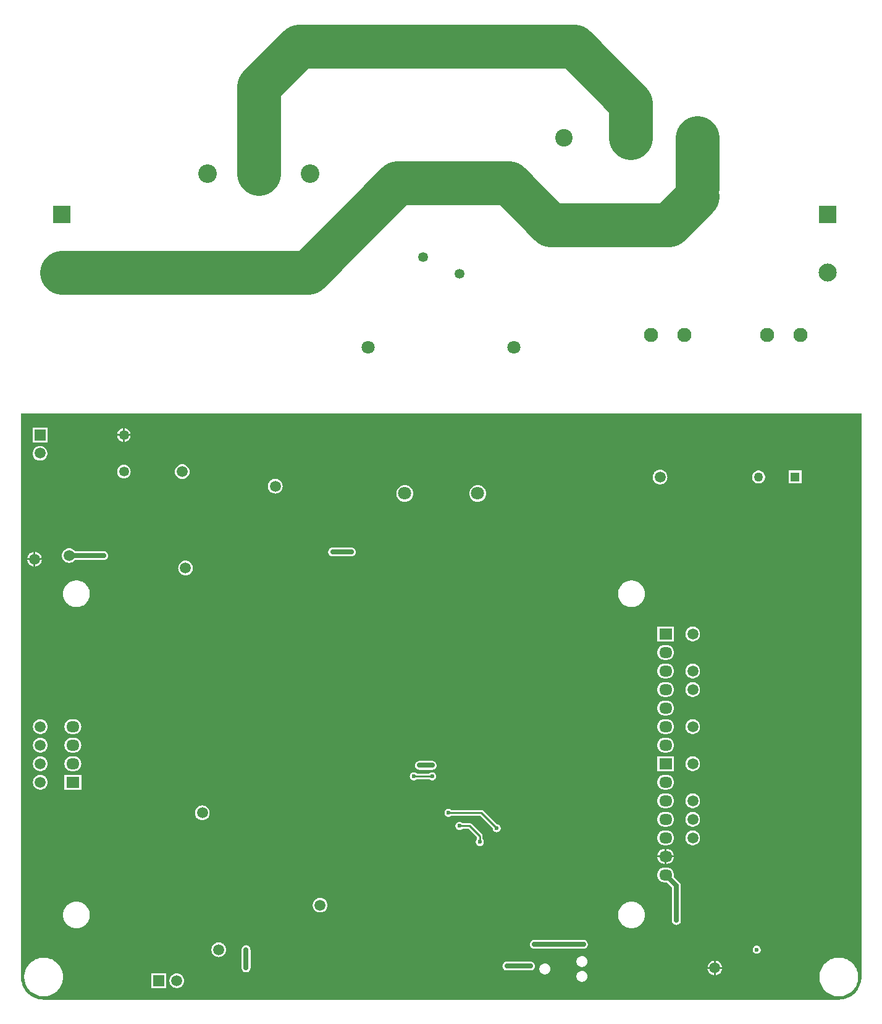
<source format=gbl>
G04*
G04 #@! TF.GenerationSoftware,Altium Limited,CircuitStudio,1.5.2 (30)*
G04*
G04 Layer_Physical_Order=2*
G04 Layer_Color=16711680*
%FSLAX44Y44*%
%MOMM*%
G71*
G01*
G75*
%ADD10C,0.2540*%
%ADD27C,0.7000*%
%ADD32C,6.0000*%
%ADD34O,1.8000X1.5300*%
%ADD35R,1.8000X1.5300*%
%ADD36C,1.5000*%
%ADD37C,1.9500*%
%ADD38C,1.8000*%
%ADD39C,2.4750*%
%ADD40R,2.4750X2.4750*%
%ADD41R,1.5000X1.5000*%
%ADD42R,1.2750X1.2750*%
%ADD43C,1.2750*%
%ADD44C,1.3500*%
%ADD45R,1.5000X1.5000*%
%ADD46C,2.4000*%
%ADD47C,2.5500*%
%ADD48C,0.6000*%
G36*
X1375981Y275000D02*
X1375995Y274858D01*
X1375921Y272789D01*
X1375684Y270588D01*
X1375291Y268410D01*
X1374744Y266266D01*
X1374045Y264167D01*
X1373198Y262122D01*
X1372208Y260143D01*
X1371079Y258240D01*
X1369817Y256423D01*
X1368428Y254699D01*
X1366920Y253080D01*
X1365300Y251572D01*
X1363578Y250183D01*
X1361760Y248921D01*
X1359857Y247792D01*
X1357878Y246802D01*
X1355833Y245955D01*
X1353734Y245256D01*
X1351590Y244709D01*
X1349412Y244316D01*
X1347211Y244079D01*
X1345143Y244005D01*
X1345000Y244019D01*
X255000D01*
X254858Y244005D01*
X252789Y244079D01*
X250588Y244316D01*
X248410Y244709D01*
X246266Y245256D01*
X244167Y245955D01*
X242122Y246802D01*
X240143Y247792D01*
X238240Y248921D01*
X236423Y250183D01*
X234699Y251572D01*
X233080Y253080D01*
X231572Y254699D01*
X230183Y256423D01*
X228921Y258240D01*
X227792Y260143D01*
X226802Y262122D01*
X225955Y264167D01*
X225256Y266266D01*
X224709Y268410D01*
X224316Y270588D01*
X224079Y272789D01*
X224005Y274858D01*
X224019Y275000D01*
Y1047500D01*
X1375981D01*
Y275000D01*
D02*
G37*
%LPC*%
G36*
X1144800Y475756D02*
X1143674Y475693D01*
X1142562Y475504D01*
X1141479Y475191D01*
X1140437Y474760D01*
X1139450Y474215D01*
X1138530Y473562D01*
X1137690Y472811D01*
X1136938Y471970D01*
X1136285Y471050D01*
X1135740Y470063D01*
X1135309Y469021D01*
X1134996Y467938D01*
X1134807Y466826D01*
X1134744Y465700D01*
X1134807Y464574D01*
X1134996Y463462D01*
X1135309Y462379D01*
X1135740Y461337D01*
X1136285Y460350D01*
X1136938Y459430D01*
X1137690Y458590D01*
X1138530Y457838D01*
X1139450Y457186D01*
X1140437Y456640D01*
X1141479Y456208D01*
X1142562Y455896D01*
X1143674Y455707D01*
X1144800Y455644D01*
X1145926Y455707D01*
X1147038Y455896D01*
X1148121Y456208D01*
X1149163Y456640D01*
X1150150Y457186D01*
X1151070Y457838D01*
X1151910Y458590D01*
X1152662Y459430D01*
X1153315Y460350D01*
X1153860Y461337D01*
X1154292Y462379D01*
X1154604Y463462D01*
X1154793Y464574D01*
X1154856Y465700D01*
X1154793Y466826D01*
X1154604Y467938D01*
X1154292Y469021D01*
X1153860Y470063D01*
X1153315Y471050D01*
X1152662Y471970D01*
X1151910Y472811D01*
X1151070Y473562D01*
X1150150Y474215D01*
X1149163Y474760D01*
X1148121Y475191D01*
X1147038Y475504D01*
X1145926Y475693D01*
X1144800Y475756D01*
D02*
G37*
G36*
X1108850Y475906D02*
X1106150D01*
X1105007Y475842D01*
X1103879Y475650D01*
X1102779Y475333D01*
X1101722Y474895D01*
X1100720Y474342D01*
X1099787Y473679D01*
X1098933Y472917D01*
X1098171Y472063D01*
X1097508Y471130D01*
X1096955Y470128D01*
X1096517Y469071D01*
X1096200Y467971D01*
X1096008Y466843D01*
X1095944Y465700D01*
X1096008Y464557D01*
X1096200Y463429D01*
X1096517Y462329D01*
X1096955Y461272D01*
X1097508Y460270D01*
X1098171Y459337D01*
X1098933Y458483D01*
X1099787Y457721D01*
X1100720Y457058D01*
X1101722Y456505D01*
X1102779Y456067D01*
X1103879Y455750D01*
X1105007Y455558D01*
X1106150Y455494D01*
X1108850D01*
X1109993Y455558D01*
X1111121Y455750D01*
X1112221Y456067D01*
X1113278Y456505D01*
X1114280Y457058D01*
X1115213Y457721D01*
X1116067Y458483D01*
X1116829Y459337D01*
X1117492Y460270D01*
X1118045Y461272D01*
X1118483Y462329D01*
X1118800Y463429D01*
X1118992Y464557D01*
X1119056Y465700D01*
X1118992Y466843D01*
X1118800Y467971D01*
X1118483Y469071D01*
X1118045Y470128D01*
X1117492Y471130D01*
X1116829Y472063D01*
X1116067Y472917D01*
X1115213Y473679D01*
X1114280Y474342D01*
X1113278Y474895D01*
X1112221Y475333D01*
X1111121Y475650D01*
X1109993Y475842D01*
X1108850Y475906D01*
D02*
G37*
G36*
Y501306D02*
X1106150D01*
X1105007Y501242D01*
X1103879Y501050D01*
X1102779Y500733D01*
X1101722Y500295D01*
X1100720Y499742D01*
X1099787Y499079D01*
X1098933Y498317D01*
X1098171Y497463D01*
X1097508Y496530D01*
X1096955Y495528D01*
X1096517Y494471D01*
X1096200Y493371D01*
X1096008Y492243D01*
X1095944Y491100D01*
X1096008Y489957D01*
X1096200Y488829D01*
X1096517Y487729D01*
X1096955Y486672D01*
X1097508Y485670D01*
X1098171Y484737D01*
X1098933Y483883D01*
X1099787Y483121D01*
X1100720Y482458D01*
X1101722Y481905D01*
X1102779Y481467D01*
X1103879Y481150D01*
X1105007Y480958D01*
X1106150Y480894D01*
X1108850D01*
X1109993Y480958D01*
X1111121Y481150D01*
X1112221Y481467D01*
X1113278Y481905D01*
X1114280Y482458D01*
X1115213Y483121D01*
X1116067Y483883D01*
X1116829Y484737D01*
X1117492Y485670D01*
X1118045Y486672D01*
X1118483Y487729D01*
X1118800Y488829D01*
X1118992Y489957D01*
X1119056Y491100D01*
X1118992Y492243D01*
X1118800Y493371D01*
X1118483Y494471D01*
X1118045Y495528D01*
X1117492Y496530D01*
X1116829Y497463D01*
X1116067Y498317D01*
X1115213Y499079D01*
X1114280Y499742D01*
X1113278Y500295D01*
X1112221Y500733D01*
X1111121Y501050D01*
X1109993Y501242D01*
X1108850Y501306D01*
D02*
G37*
G36*
X809999Y505557D02*
X809129Y505488D01*
X808282Y505285D01*
X807476Y504951D01*
X806732Y504495D01*
X806069Y503929D01*
X805503Y503266D01*
X805047Y502522D01*
X804714Y501717D01*
X804510Y500869D01*
X804442Y500000D01*
X804510Y499130D01*
X804714Y498282D01*
X805047Y497477D01*
X805503Y496733D01*
X806069Y496070D01*
X806732Y495504D01*
X807476Y495048D01*
X808282Y494714D01*
X809129Y494511D01*
X809999Y494442D01*
X810868Y494511D01*
X811716Y494714D01*
X812522Y495048D01*
X813265Y495504D01*
X813928Y496070D01*
X814015Y496171D01*
X853415D01*
X870453Y479132D01*
X870443Y479000D01*
X870511Y478131D01*
X870715Y477283D01*
X871049Y476477D01*
X871504Y475734D01*
X872070Y475070D01*
X872734Y474504D01*
X873477Y474049D01*
X874283Y473715D01*
X875131Y473511D01*
X876000Y473443D01*
X876869Y473511D01*
X877717Y473715D01*
X878523Y474049D01*
X879266Y474504D01*
X879930Y475070D01*
X880496Y475734D01*
X880951Y476477D01*
X881285Y477283D01*
X881489Y478131D01*
X881557Y479000D01*
X881489Y479869D01*
X881285Y480717D01*
X880951Y481523D01*
X880496Y482266D01*
X879930Y482929D01*
X879266Y483496D01*
X878523Y483951D01*
X877717Y484285D01*
X876869Y484489D01*
X876000Y484557D01*
X875867Y484547D01*
X857708Y502707D01*
X857128Y503183D01*
X856466Y503536D01*
X855747Y503754D01*
X855001Y503828D01*
X814015D01*
X813928Y503929D01*
X813265Y504495D01*
X812522Y504951D01*
X811716Y505285D01*
X810868Y505488D01*
X809999Y505557D01*
D02*
G37*
G36*
X825000Y487557D02*
X824131Y487489D01*
X823283Y487285D01*
X822477Y486951D01*
X821734Y486496D01*
X821070Y485929D01*
X820504Y485266D01*
X820049Y484523D01*
X819715Y483717D01*
X819511Y482869D01*
X819443Y482000D01*
X819511Y481131D01*
X819715Y480283D01*
X820049Y479477D01*
X820504Y478734D01*
X821070Y478070D01*
X821734Y477504D01*
X822477Y477049D01*
X823283Y476715D01*
X824131Y476511D01*
X825000Y476443D01*
X825869Y476511D01*
X826717Y476715D01*
X827523Y477049D01*
X828266Y477504D01*
X828930Y478070D01*
X829016Y478172D01*
X837414D01*
X849119Y466466D01*
X849071Y463929D01*
X848504Y463266D01*
X848049Y462523D01*
X847715Y461717D01*
X847511Y460869D01*
X847443Y460000D01*
X847511Y459131D01*
X847715Y458283D01*
X848049Y457477D01*
X848504Y456734D01*
X849071Y456071D01*
X849734Y455504D01*
X850477Y455049D01*
X851283Y454715D01*
X852131Y454511D01*
X853000Y454443D01*
X853869Y454511D01*
X854717Y454715D01*
X855523Y455049D01*
X856266Y455504D01*
X856929Y456071D01*
X857496Y456734D01*
X857951Y457477D01*
X858285Y458283D01*
X858489Y459131D01*
X858557Y460000D01*
X858489Y460869D01*
X858285Y461717D01*
X857951Y462523D01*
X857496Y463266D01*
X856929Y463929D01*
X856828Y464016D01*
Y468000D01*
X856755Y468747D01*
X856537Y469465D01*
X856183Y470127D01*
X855707Y470707D01*
X841707Y484707D01*
X841127Y485183D01*
X840465Y485537D01*
X839747Y485755D01*
X839000Y485828D01*
X829016D01*
X828930Y485929D01*
X828266Y486496D01*
X827523Y486951D01*
X826717Y487285D01*
X825869Y487489D01*
X825000Y487557D01*
D02*
G37*
G36*
X1118970Y439030D02*
X1108770D01*
Y430094D01*
X1108850D01*
X1109993Y430158D01*
X1111121Y430350D01*
X1112221Y430667D01*
X1113278Y431105D01*
X1114280Y431658D01*
X1115213Y432321D01*
X1116067Y433083D01*
X1116829Y433937D01*
X1117492Y434870D01*
X1118045Y435872D01*
X1118483Y436929D01*
X1118800Y438029D01*
X1118970Y439030D01*
D02*
G37*
G36*
X1106230D02*
X1096030D01*
X1096200Y438029D01*
X1096517Y436929D01*
X1096955Y435872D01*
X1097508Y434870D01*
X1098171Y433937D01*
X1098933Y433083D01*
X1099787Y432321D01*
X1100720Y431658D01*
X1101722Y431105D01*
X1102779Y430667D01*
X1103879Y430350D01*
X1105007Y430158D01*
X1106150Y430094D01*
X1106230D01*
Y439030D01*
D02*
G37*
G36*
X1108850Y450506D02*
X1108770D01*
Y441570D01*
X1118970D01*
X1118800Y442571D01*
X1118483Y443671D01*
X1118045Y444728D01*
X1117492Y445730D01*
X1116829Y446663D01*
X1116067Y447517D01*
X1115213Y448279D01*
X1114280Y448942D01*
X1113278Y449495D01*
X1112221Y449933D01*
X1111121Y450250D01*
X1109993Y450442D01*
X1108850Y450506D01*
D02*
G37*
G36*
X1106230D02*
X1106150D01*
X1105007Y450442D01*
X1103879Y450250D01*
X1102779Y449933D01*
X1101722Y449495D01*
X1100720Y448942D01*
X1099787Y448279D01*
X1098933Y447517D01*
X1098171Y446663D01*
X1097508Y445730D01*
X1096955Y444728D01*
X1096517Y443671D01*
X1096200Y442571D01*
X1096030Y441570D01*
X1106230D01*
Y450506D01*
D02*
G37*
G36*
X1144800Y501156D02*
X1143674Y501093D01*
X1142562Y500904D01*
X1141479Y500592D01*
X1140437Y500160D01*
X1139450Y499614D01*
X1138530Y498962D01*
X1137690Y498210D01*
X1136938Y497370D01*
X1136285Y496450D01*
X1135740Y495463D01*
X1135309Y494421D01*
X1134996Y493338D01*
X1134807Y492226D01*
X1134744Y491100D01*
X1134807Y489974D01*
X1134996Y488862D01*
X1135309Y487779D01*
X1135740Y486737D01*
X1136285Y485750D01*
X1136938Y484830D01*
X1137690Y483989D01*
X1138530Y483238D01*
X1139450Y482585D01*
X1140437Y482040D01*
X1141479Y481609D01*
X1142562Y481296D01*
X1143674Y481107D01*
X1144800Y481044D01*
X1145926Y481107D01*
X1147038Y481296D01*
X1148121Y481609D01*
X1149163Y482040D01*
X1150150Y482585D01*
X1151070Y483238D01*
X1151910Y483989D01*
X1152662Y484830D01*
X1153315Y485750D01*
X1153860Y486737D01*
X1154292Y487779D01*
X1154604Y488862D01*
X1154793Y489974D01*
X1154856Y491100D01*
X1154793Y492226D01*
X1154604Y493338D01*
X1154292Y494421D01*
X1153860Y495463D01*
X1153315Y496450D01*
X1152662Y497370D01*
X1151910Y498210D01*
X1151070Y498962D01*
X1150150Y499614D01*
X1149163Y500160D01*
X1148121Y500592D01*
X1147038Y500904D01*
X1145926Y501093D01*
X1144800Y501156D01*
D02*
G37*
G36*
X762500Y555557D02*
X761631Y555489D01*
X760783Y555285D01*
X759977Y554951D01*
X759234Y554496D01*
X758570Y553929D01*
X758004Y553266D01*
X757549Y552523D01*
X757215Y551717D01*
X757011Y550869D01*
X756943Y550000D01*
X757011Y549131D01*
X757215Y548283D01*
X757549Y547477D01*
X758004Y546734D01*
X758570Y546071D01*
X759234Y545504D01*
X759977Y545049D01*
X760783Y544715D01*
X761631Y544511D01*
X762500Y544443D01*
X763369Y544511D01*
X764217Y544715D01*
X765023Y545049D01*
X765766Y545504D01*
X766430Y546071D01*
X766516Y546172D01*
X783484D01*
X783570Y546071D01*
X784234Y545504D01*
X784977Y545049D01*
X785783Y544715D01*
X786631Y544511D01*
X787500Y544443D01*
X788369Y544511D01*
X789217Y544715D01*
X790023Y545049D01*
X790766Y545504D01*
X791430Y546071D01*
X791996Y546734D01*
X792451Y547477D01*
X792785Y548283D01*
X792989Y549131D01*
X793057Y550000D01*
X792989Y550869D01*
X792785Y551717D01*
X792451Y552523D01*
X791996Y553266D01*
X791430Y553929D01*
X790766Y554496D01*
X790023Y554951D01*
X789217Y555285D01*
X788369Y555489D01*
X787500Y555557D01*
X786631Y555489D01*
X785783Y555285D01*
X784977Y554951D01*
X784234Y554496D01*
X783570Y553929D01*
X783484Y553829D01*
X766516D01*
X766430Y553929D01*
X765766Y554496D01*
X765023Y554951D01*
X764217Y555285D01*
X763369Y555489D01*
X762500Y555557D01*
D02*
G37*
G36*
X250400Y551956D02*
X249274Y551893D01*
X248162Y551704D01*
X247079Y551391D01*
X246037Y550960D01*
X245050Y550415D01*
X244130Y549762D01*
X243290Y549011D01*
X242538Y548170D01*
X241886Y547250D01*
X241340Y546263D01*
X240909Y545221D01*
X240596Y544138D01*
X240407Y543026D01*
X240344Y541900D01*
X240407Y540774D01*
X240596Y539662D01*
X240909Y538579D01*
X241340Y537537D01*
X241886Y536550D01*
X242538Y535630D01*
X243290Y534790D01*
X244130Y534038D01*
X245050Y533386D01*
X246037Y532840D01*
X247079Y532408D01*
X248162Y532096D01*
X249274Y531907D01*
X250400Y531844D01*
X251526Y531907D01*
X252638Y532096D01*
X253721Y532408D01*
X254763Y532840D01*
X255750Y533386D01*
X256670Y534038D01*
X257511Y534790D01*
X258262Y535630D01*
X258915Y536550D01*
X259460Y537537D01*
X259891Y538579D01*
X260204Y539662D01*
X260393Y540774D01*
X260456Y541900D01*
X260393Y543026D01*
X260204Y544138D01*
X259891Y545221D01*
X259460Y546263D01*
X258915Y547250D01*
X258262Y548170D01*
X257511Y549011D01*
X256670Y549762D01*
X255750Y550415D01*
X254763Y550960D01*
X253721Y551391D01*
X252638Y551704D01*
X251526Y551893D01*
X250400Y551956D01*
D02*
G37*
G36*
X1119040Y577490D02*
X1095960D01*
Y557110D01*
X1119040D01*
Y577490D01*
D02*
G37*
G36*
X296350Y577506D02*
X293650D01*
X292507Y577442D01*
X291379Y577250D01*
X290279Y576933D01*
X289222Y576495D01*
X288220Y575942D01*
X287287Y575279D01*
X286433Y574517D01*
X285671Y573663D01*
X285008Y572730D01*
X284455Y571728D01*
X284017Y570671D01*
X283700Y569571D01*
X283508Y568443D01*
X283444Y567300D01*
X283508Y566157D01*
X283700Y565029D01*
X284017Y563929D01*
X284455Y562872D01*
X285008Y561870D01*
X285671Y560937D01*
X286433Y560083D01*
X287287Y559321D01*
X288220Y558658D01*
X289222Y558105D01*
X290279Y557667D01*
X291379Y557350D01*
X292507Y557158D01*
X293650Y557094D01*
X296350D01*
X297493Y557158D01*
X298621Y557350D01*
X299721Y557667D01*
X300778Y558105D01*
X301780Y558658D01*
X302713Y559321D01*
X303567Y560083D01*
X304329Y560937D01*
X304992Y561870D01*
X305545Y562872D01*
X305983Y563929D01*
X306300Y565029D01*
X306492Y566157D01*
X306556Y567300D01*
X306492Y568443D01*
X306300Y569571D01*
X305983Y570671D01*
X305545Y571728D01*
X304992Y572730D01*
X304329Y573663D01*
X303567Y574517D01*
X302713Y575279D01*
X301780Y575942D01*
X300778Y576495D01*
X299721Y576933D01*
X298621Y577250D01*
X297493Y577442D01*
X296350Y577506D01*
D02*
G37*
G36*
X306540Y552090D02*
X283460D01*
Y531710D01*
X306540D01*
Y552090D01*
D02*
G37*
G36*
X1108850Y526706D02*
X1106150D01*
X1105007Y526642D01*
X1103879Y526450D01*
X1102779Y526133D01*
X1101722Y525695D01*
X1100720Y525142D01*
X1099787Y524479D01*
X1098933Y523717D01*
X1098171Y522863D01*
X1097508Y521930D01*
X1096955Y520928D01*
X1096517Y519871D01*
X1096200Y518771D01*
X1096008Y517643D01*
X1095944Y516500D01*
X1096008Y515357D01*
X1096200Y514229D01*
X1096517Y513129D01*
X1096955Y512072D01*
X1097508Y511070D01*
X1098171Y510137D01*
X1098933Y509283D01*
X1099787Y508521D01*
X1100720Y507858D01*
X1101722Y507305D01*
X1102779Y506867D01*
X1103879Y506550D01*
X1105007Y506358D01*
X1106150Y506294D01*
X1108850D01*
X1109993Y506358D01*
X1111121Y506550D01*
X1112221Y506867D01*
X1113278Y507305D01*
X1114280Y507858D01*
X1115213Y508521D01*
X1116067Y509283D01*
X1116829Y510137D01*
X1117492Y511070D01*
X1118045Y512072D01*
X1118483Y513129D01*
X1118800Y514229D01*
X1118992Y515357D01*
X1119056Y516500D01*
X1118992Y517643D01*
X1118800Y518771D01*
X1118483Y519871D01*
X1118045Y520928D01*
X1117492Y521930D01*
X1116829Y522863D01*
X1116067Y523717D01*
X1115213Y524479D01*
X1114280Y525142D01*
X1113278Y525695D01*
X1112221Y526133D01*
X1111121Y526450D01*
X1109993Y526642D01*
X1108850Y526706D01*
D02*
G37*
G36*
X472500Y510056D02*
X471374Y509993D01*
X470262Y509804D01*
X469179Y509492D01*
X468137Y509060D01*
X467150Y508515D01*
X466230Y507862D01*
X465390Y507110D01*
X464638Y506270D01*
X463985Y505350D01*
X463440Y504363D01*
X463008Y503321D01*
X462696Y502238D01*
X462507Y501126D01*
X462444Y500000D01*
X462507Y498874D01*
X462696Y497762D01*
X463008Y496679D01*
X463440Y495637D01*
X463985Y494650D01*
X464638Y493730D01*
X465390Y492890D01*
X466230Y492138D01*
X467150Y491485D01*
X468137Y490940D01*
X469179Y490508D01*
X470262Y490196D01*
X471374Y490007D01*
X472500Y489944D01*
X473626Y490007D01*
X474738Y490196D01*
X475821Y490508D01*
X476863Y490940D01*
X477850Y491485D01*
X478770Y492138D01*
X479610Y492890D01*
X480362Y493730D01*
X481015Y494650D01*
X481560Y495637D01*
X481992Y496679D01*
X482304Y497762D01*
X482493Y498874D01*
X482556Y500000D01*
X482493Y501126D01*
X482304Y502238D01*
X481992Y503321D01*
X481560Y504363D01*
X481015Y505350D01*
X480362Y506270D01*
X479610Y507110D01*
X478770Y507862D01*
X477850Y508515D01*
X476863Y509060D01*
X475821Y509492D01*
X474738Y509804D01*
X473626Y509993D01*
X472500Y510056D01*
D02*
G37*
G36*
X1108850Y552106D02*
X1106150D01*
X1105007Y552042D01*
X1103879Y551850D01*
X1102779Y551533D01*
X1101722Y551095D01*
X1100720Y550542D01*
X1099787Y549879D01*
X1098933Y549117D01*
X1098171Y548263D01*
X1097508Y547330D01*
X1096955Y546328D01*
X1096517Y545271D01*
X1096200Y544171D01*
X1096008Y543043D01*
X1095944Y541900D01*
X1096008Y540757D01*
X1096200Y539629D01*
X1096517Y538529D01*
X1096955Y537472D01*
X1097508Y536470D01*
X1098171Y535537D01*
X1098933Y534683D01*
X1099787Y533921D01*
X1100720Y533258D01*
X1101722Y532705D01*
X1102779Y532267D01*
X1103879Y531950D01*
X1105007Y531758D01*
X1106150Y531694D01*
X1108850D01*
X1109993Y531758D01*
X1111121Y531950D01*
X1112221Y532267D01*
X1113278Y532705D01*
X1114280Y533258D01*
X1115213Y533921D01*
X1116067Y534683D01*
X1116829Y535537D01*
X1117492Y536470D01*
X1118045Y537472D01*
X1118483Y538529D01*
X1118800Y539629D01*
X1118992Y540757D01*
X1119056Y541900D01*
X1118992Y543043D01*
X1118800Y544171D01*
X1118483Y545271D01*
X1118045Y546328D01*
X1117492Y547330D01*
X1116829Y548263D01*
X1116067Y549117D01*
X1115213Y549879D01*
X1114280Y550542D01*
X1113278Y551095D01*
X1112221Y551533D01*
X1111121Y551850D01*
X1109993Y552042D01*
X1108850Y552106D01*
D02*
G37*
G36*
X1144800Y526556D02*
X1143674Y526493D01*
X1142562Y526304D01*
X1141479Y525992D01*
X1140437Y525560D01*
X1139450Y525014D01*
X1138530Y524362D01*
X1137690Y523610D01*
X1136938Y522770D01*
X1136285Y521850D01*
X1135740Y520863D01*
X1135309Y519821D01*
X1134996Y518738D01*
X1134807Y517626D01*
X1134744Y516500D01*
X1134807Y515374D01*
X1134996Y514262D01*
X1135309Y513179D01*
X1135740Y512137D01*
X1136285Y511150D01*
X1136938Y510230D01*
X1137690Y509389D01*
X1138530Y508638D01*
X1139450Y507985D01*
X1140437Y507440D01*
X1141479Y507009D01*
X1142562Y506696D01*
X1143674Y506507D01*
X1144800Y506444D01*
X1145926Y506507D01*
X1147038Y506696D01*
X1148121Y507009D01*
X1149163Y507440D01*
X1150150Y507985D01*
X1151070Y508638D01*
X1151910Y509389D01*
X1152662Y510230D01*
X1153315Y511150D01*
X1153860Y512137D01*
X1154292Y513179D01*
X1154604Y514262D01*
X1154793Y515374D01*
X1154856Y516500D01*
X1154793Y517626D01*
X1154604Y518738D01*
X1154292Y519821D01*
X1153860Y520863D01*
X1153315Y521850D01*
X1152662Y522770D01*
X1151910Y523610D01*
X1151070Y524362D01*
X1150150Y525014D01*
X1149163Y525560D01*
X1148121Y525992D01*
X1147038Y526304D01*
X1145926Y526493D01*
X1144800Y526556D01*
D02*
G37*
G36*
X634000Y383556D02*
X632874Y383493D01*
X631762Y383304D01*
X630679Y382991D01*
X629637Y382560D01*
X628650Y382015D01*
X627730Y381362D01*
X626889Y380611D01*
X626138Y379770D01*
X625485Y378850D01*
X624940Y377863D01*
X624509Y376821D01*
X624196Y375738D01*
X624007Y374626D01*
X623944Y373500D01*
X624007Y372374D01*
X624196Y371262D01*
X624509Y370179D01*
X624940Y369137D01*
X625485Y368150D01*
X626138Y367230D01*
X626889Y366390D01*
X627730Y365638D01*
X628650Y364986D01*
X629637Y364440D01*
X630679Y364008D01*
X631762Y363696D01*
X632874Y363507D01*
X634000Y363444D01*
X635126Y363507D01*
X636238Y363696D01*
X637321Y364008D01*
X638363Y364440D01*
X639350Y364986D01*
X640270Y365638D01*
X641111Y366390D01*
X641862Y367230D01*
X642514Y368150D01*
X643060Y369137D01*
X643492Y370179D01*
X643804Y371262D01*
X643993Y372374D01*
X644056Y373500D01*
X643993Y374626D01*
X643804Y375738D01*
X643492Y376821D01*
X643060Y377863D01*
X642514Y378850D01*
X641862Y379770D01*
X641111Y380611D01*
X640270Y381362D01*
X639350Y382015D01*
X638363Y382560D01*
X637321Y382991D01*
X636238Y383304D01*
X635126Y383493D01*
X634000Y383556D01*
D02*
G37*
G36*
X1173730Y286230D02*
X1165032D01*
X1165196Y285262D01*
X1165508Y284179D01*
X1165940Y283137D01*
X1166486Y282150D01*
X1167138Y281230D01*
X1167889Y280389D01*
X1168730Y279638D01*
X1169650Y278986D01*
X1170637Y278440D01*
X1171679Y278008D01*
X1172762Y277696D01*
X1173730Y277532D01*
Y286230D01*
D02*
G37*
G36*
X1184968D02*
X1176270D01*
Y277532D01*
X1177238Y277696D01*
X1178321Y278008D01*
X1179363Y278440D01*
X1180350Y278986D01*
X1181270Y279638D01*
X1182111Y280389D01*
X1182862Y281230D01*
X1183514Y282150D01*
X1184060Y283137D01*
X1184492Y284179D01*
X1184804Y285262D01*
X1184968Y286230D01*
D02*
G37*
G36*
X532500Y318559D02*
X531552Y318484D01*
X530628Y318262D01*
X529749Y317898D01*
X528939Y317402D01*
X528216Y316784D01*
X527598Y316061D01*
X527102Y315251D01*
X526738Y314372D01*
X526516Y313448D01*
X526441Y312500D01*
Y287500D01*
X526516Y286552D01*
X526738Y285628D01*
X527102Y284749D01*
X527598Y283939D01*
X528216Y283216D01*
X528939Y282598D01*
X529749Y282102D01*
X530628Y281738D01*
X531552Y281516D01*
X532500Y281441D01*
X533448Y281516D01*
X534372Y281738D01*
X535251Y282102D01*
X536061Y282598D01*
X536784Y283216D01*
X537402Y283939D01*
X537898Y284749D01*
X538262Y285628D01*
X538484Y286552D01*
X538559Y287500D01*
Y312500D01*
X538484Y313448D01*
X538262Y314372D01*
X537898Y315251D01*
X537402Y316061D01*
X536784Y316784D01*
X536061Y317402D01*
X535251Y317898D01*
X534372Y318262D01*
X533448Y318484D01*
X532500Y318559D01*
D02*
G37*
G36*
X942100Y293659D02*
X941120Y293595D01*
X940156Y293403D01*
X939226Y293088D01*
X938345Y292653D01*
X937529Y292107D01*
X936790Y291460D01*
X936143Y290721D01*
X935597Y289905D01*
X935163Y289024D01*
X934847Y288093D01*
X934655Y287130D01*
X934591Y286150D01*
X934655Y285170D01*
X934847Y284207D01*
X935163Y283276D01*
X935597Y282395D01*
X936143Y281579D01*
X936790Y280840D01*
X937529Y280193D01*
X938345Y279647D01*
X939226Y279213D01*
X940156Y278897D01*
X941120Y278705D01*
X942100Y278641D01*
X943080Y278705D01*
X944043Y278897D01*
X944974Y279213D01*
X945854Y279647D01*
X946671Y280193D01*
X947410Y280840D01*
X948057Y281579D01*
X948603Y282395D01*
X949037Y283276D01*
X949353Y284207D01*
X949545Y285170D01*
X949609Y286150D01*
X949545Y287130D01*
X949353Y288093D01*
X949037Y289024D01*
X948603Y289905D01*
X948057Y290721D01*
X947410Y291460D01*
X946671Y292107D01*
X945854Y292653D01*
X944974Y293088D01*
X944043Y293403D01*
X943080Y293595D01*
X942100Y293659D01*
D02*
G37*
G36*
X992900Y283499D02*
X991920Y283435D01*
X990956Y283243D01*
X990026Y282927D01*
X989145Y282493D01*
X988329Y281947D01*
X987590Y281300D01*
X986943Y280561D01*
X986397Y279745D01*
X985963Y278864D01*
X985647Y277934D01*
X985455Y276970D01*
X985391Y275990D01*
X985455Y275010D01*
X985647Y274047D01*
X985963Y273116D01*
X986397Y272236D01*
X986943Y271419D01*
X987590Y270680D01*
X988329Y270033D01*
X989145Y269487D01*
X990026Y269053D01*
X990956Y268737D01*
X991920Y268545D01*
X992900Y268481D01*
X993880Y268545D01*
X994843Y268737D01*
X995773Y269053D01*
X996655Y269487D01*
X997471Y270033D01*
X998210Y270680D01*
X998857Y271419D01*
X999403Y272236D01*
X999837Y273116D01*
X1000153Y274047D01*
X1000345Y275010D01*
X1000409Y275990D01*
X1000345Y276970D01*
X1000153Y277934D01*
X999837Y278864D01*
X999403Y279745D01*
X998857Y280561D01*
X998210Y281300D01*
X997471Y281947D01*
X996655Y282493D01*
X995773Y282927D01*
X994843Y283243D01*
X993880Y283435D01*
X992900Y283499D01*
D02*
G37*
G36*
X1345000Y301517D02*
X1343108Y301449D01*
X1341226Y301247D01*
X1339363Y300911D01*
X1337529Y300443D01*
X1335733Y299845D01*
X1333985Y299121D01*
X1332292Y298273D01*
X1330664Y297307D01*
X1329109Y296228D01*
X1327635Y295040D01*
X1326250Y293750D01*
X1324960Y292365D01*
X1323772Y290891D01*
X1322693Y289336D01*
X1321727Y287708D01*
X1320879Y286015D01*
X1320155Y284267D01*
X1319557Y282471D01*
X1319089Y280637D01*
X1318753Y278774D01*
X1318551Y276892D01*
X1318483Y275000D01*
X1318551Y273108D01*
X1318753Y271226D01*
X1319089Y269363D01*
X1319557Y267529D01*
X1320155Y265733D01*
X1320879Y263985D01*
X1321727Y262292D01*
X1322693Y260664D01*
X1323772Y259109D01*
X1324960Y257635D01*
X1326250Y256250D01*
X1327635Y254960D01*
X1329109Y253772D01*
X1330664Y252693D01*
X1332292Y251727D01*
X1333985Y250879D01*
X1335733Y250155D01*
X1337529Y249557D01*
X1339363Y249089D01*
X1341226Y248753D01*
X1343108Y248551D01*
X1345000Y248483D01*
X1346892Y248551D01*
X1348774Y248753D01*
X1350637Y249089D01*
X1352471Y249557D01*
X1354267Y250155D01*
X1356015Y250879D01*
X1357708Y251727D01*
X1359336Y252693D01*
X1360891Y253772D01*
X1362365Y254960D01*
X1363750Y256250D01*
X1365040Y257635D01*
X1366228Y259109D01*
X1367307Y260664D01*
X1368273Y262292D01*
X1369121Y263985D01*
X1369845Y265733D01*
X1370443Y267529D01*
X1370911Y269363D01*
X1371247Y271226D01*
X1371449Y273108D01*
X1371517Y275000D01*
X1371449Y276892D01*
X1371247Y278774D01*
X1370911Y280637D01*
X1370443Y282471D01*
X1369845Y284267D01*
X1369121Y286015D01*
X1368273Y287708D01*
X1367307Y289336D01*
X1366228Y290891D01*
X1365040Y292365D01*
X1363750Y293750D01*
X1362365Y295040D01*
X1360891Y296228D01*
X1359336Y297307D01*
X1357708Y298273D01*
X1356015Y299121D01*
X1354267Y299845D01*
X1352471Y300443D01*
X1350637Y300911D01*
X1348774Y301247D01*
X1346892Y301449D01*
X1345000Y301517D01*
D02*
G37*
G36*
X255000D02*
X253108Y301449D01*
X251226Y301247D01*
X249363Y300911D01*
X247529Y300443D01*
X245733Y299845D01*
X243985Y299121D01*
X242292Y298273D01*
X240664Y297307D01*
X239109Y296228D01*
X237635Y295040D01*
X236250Y293750D01*
X234960Y292365D01*
X233772Y290891D01*
X232693Y289336D01*
X231727Y287708D01*
X230879Y286015D01*
X230155Y284267D01*
X229557Y282471D01*
X229089Y280637D01*
X228753Y278774D01*
X228551Y276892D01*
X228483Y275000D01*
X228551Y273108D01*
X228753Y271226D01*
X229089Y269363D01*
X229557Y267529D01*
X230155Y265733D01*
X230879Y263985D01*
X231727Y262292D01*
X232693Y260664D01*
X233772Y259109D01*
X234960Y257635D01*
X236250Y256250D01*
X237635Y254960D01*
X239109Y253772D01*
X240664Y252693D01*
X242292Y251727D01*
X243985Y250879D01*
X245733Y250155D01*
X247529Y249557D01*
X249363Y249089D01*
X251226Y248753D01*
X253108Y248551D01*
X255000Y248483D01*
X256892Y248551D01*
X258774Y248753D01*
X260637Y249089D01*
X262471Y249557D01*
X264267Y250155D01*
X266015Y250879D01*
X267708Y251727D01*
X269336Y252693D01*
X270891Y253772D01*
X272365Y254960D01*
X273750Y256250D01*
X275040Y257635D01*
X276228Y259109D01*
X277307Y260664D01*
X278273Y262292D01*
X279121Y263985D01*
X279845Y265733D01*
X280443Y267529D01*
X280911Y269363D01*
X281247Y271226D01*
X281449Y273108D01*
X281517Y275000D01*
X281449Y276892D01*
X281247Y278774D01*
X280911Y280637D01*
X280443Y282471D01*
X279845Y284267D01*
X279121Y286015D01*
X278273Y287708D01*
X277307Y289336D01*
X276228Y290891D01*
X275040Y292365D01*
X273750Y293750D01*
X272365Y295040D01*
X270891Y296228D01*
X269336Y297307D01*
X267708Y298273D01*
X266015Y299121D01*
X264267Y299845D01*
X262471Y300443D01*
X260637Y300911D01*
X258774Y301247D01*
X256892Y301449D01*
X255000Y301517D01*
D02*
G37*
G36*
X422540Y280040D02*
X402460D01*
Y259960D01*
X422540D01*
Y280040D01*
D02*
G37*
G36*
X437500Y280056D02*
X436374Y279993D01*
X435262Y279804D01*
X434179Y279492D01*
X433137Y279060D01*
X432150Y278514D01*
X431230Y277862D01*
X430390Y277111D01*
X429638Y276270D01*
X428985Y275350D01*
X428440Y274363D01*
X428008Y273321D01*
X427696Y272238D01*
X427507Y271126D01*
X427444Y270000D01*
X427507Y268874D01*
X427696Y267762D01*
X428008Y266679D01*
X428440Y265637D01*
X428985Y264650D01*
X429638Y263730D01*
X430390Y262889D01*
X431230Y262138D01*
X432150Y261486D01*
X433137Y260940D01*
X434179Y260508D01*
X435262Y260196D01*
X436374Y260007D01*
X437500Y259944D01*
X438626Y260007D01*
X439738Y260196D01*
X440821Y260508D01*
X441863Y260940D01*
X442850Y261486D01*
X443770Y262138D01*
X444610Y262889D01*
X445362Y263730D01*
X446015Y264650D01*
X446560Y265637D01*
X446992Y266679D01*
X447304Y267762D01*
X447493Y268874D01*
X447556Y270000D01*
X447493Y271126D01*
X447304Y272238D01*
X446992Y273321D01*
X446560Y274363D01*
X446015Y275350D01*
X445362Y276270D01*
X444610Y277111D01*
X443770Y277862D01*
X442850Y278514D01*
X441863Y279060D01*
X440821Y279492D01*
X439738Y279804D01*
X438626Y279993D01*
X437500Y280056D01*
D02*
G37*
G36*
X922500Y296059D02*
X890000D01*
X889052Y295984D01*
X888128Y295762D01*
X887249Y295398D01*
X886439Y294902D01*
X885716Y294284D01*
X885098Y293561D01*
X884602Y292751D01*
X884238Y291872D01*
X884016Y290948D01*
X883941Y290000D01*
X884016Y289052D01*
X884238Y288128D01*
X884602Y287249D01*
X885098Y286439D01*
X885716Y285716D01*
X886439Y285098D01*
X887249Y284602D01*
X888128Y284238D01*
X889052Y284016D01*
X890000Y283941D01*
X922500D01*
X923448Y284016D01*
X924372Y284238D01*
X925250Y284602D01*
X926061Y285098D01*
X926784Y285716D01*
X927402Y286439D01*
X927898Y287249D01*
X928262Y288128D01*
X928484Y289052D01*
X928559Y290000D01*
X928484Y290948D01*
X928262Y291872D01*
X927898Y292751D01*
X927402Y293561D01*
X926784Y294284D01*
X926061Y294902D01*
X925250Y295398D01*
X924372Y295762D01*
X923448Y295984D01*
X922500Y296059D01*
D02*
G37*
G36*
X300000Y378307D02*
X298404Y378238D01*
X296821Y378029D01*
X295262Y377684D01*
X293738Y377203D01*
X292263Y376592D01*
X290846Y375855D01*
X289499Y374996D01*
X288232Y374024D01*
X287055Y372945D01*
X285976Y371768D01*
X285003Y370501D01*
X284145Y369154D01*
X283408Y367737D01*
X282797Y366261D01*
X282316Y364738D01*
X281971Y363179D01*
X281762Y361596D01*
X281693Y360000D01*
X281762Y358404D01*
X281971Y356821D01*
X282316Y355262D01*
X282797Y353739D01*
X283408Y352263D01*
X284145Y350846D01*
X285003Y349499D01*
X285976Y348232D01*
X287055Y347055D01*
X288232Y345976D01*
X289499Y345004D01*
X290846Y344145D01*
X292263Y343408D01*
X293738Y342797D01*
X295262Y342316D01*
X296821Y341971D01*
X298404Y341762D01*
X300000Y341693D01*
X301596Y341762D01*
X303179Y341971D01*
X304738Y342316D01*
X306262Y342797D01*
X307737Y343408D01*
X309154Y344145D01*
X310501Y345004D01*
X311768Y345976D01*
X312945Y347055D01*
X314024Y348232D01*
X314996Y349499D01*
X315855Y350846D01*
X316592Y352263D01*
X317203Y353739D01*
X317684Y355262D01*
X318029Y356821D01*
X318238Y358404D01*
X318307Y360000D01*
X318238Y361596D01*
X318029Y363179D01*
X317684Y364738D01*
X317203Y366261D01*
X316592Y367737D01*
X315855Y369154D01*
X314996Y370501D01*
X314024Y371768D01*
X312945Y372945D01*
X311768Y374024D01*
X310501Y374996D01*
X309154Y375855D01*
X307737Y376592D01*
X306262Y377203D01*
X304738Y377684D01*
X303179Y378029D01*
X301596Y378238D01*
X300000Y378307D01*
D02*
G37*
G36*
X995000Y326059D02*
X927500D01*
X926552Y325984D01*
X925628Y325762D01*
X924749Y325398D01*
X923939Y324902D01*
X923216Y324284D01*
X922598Y323561D01*
X922102Y322751D01*
X921738Y321872D01*
X921516Y320948D01*
X921441Y320000D01*
X921516Y319052D01*
X921738Y318128D01*
X922102Y317249D01*
X922598Y316439D01*
X923216Y315716D01*
X923939Y315098D01*
X924749Y314602D01*
X925628Y314238D01*
X926552Y314016D01*
X927500Y313941D01*
X995000D01*
X995948Y314016D01*
X996872Y314238D01*
X997751Y314602D01*
X998561Y315098D01*
X999284Y315716D01*
X999902Y316439D01*
X1000398Y317249D01*
X1000762Y318128D01*
X1000984Y319052D01*
X1001059Y320000D01*
X1000984Y320948D01*
X1000762Y321872D01*
X1000398Y322751D01*
X999902Y323561D01*
X999284Y324284D01*
X998561Y324902D01*
X997751Y325398D01*
X996872Y325762D01*
X995948Y325984D01*
X995000Y326059D01*
D02*
G37*
G36*
X1108850Y425106D02*
X1106150D01*
X1105007Y425042D01*
X1103879Y424850D01*
X1102779Y424533D01*
X1101722Y424095D01*
X1100720Y423542D01*
X1099787Y422879D01*
X1098933Y422117D01*
X1098171Y421263D01*
X1097508Y420330D01*
X1096955Y419328D01*
X1096517Y418271D01*
X1096200Y417171D01*
X1096008Y416043D01*
X1095944Y414900D01*
X1096008Y413757D01*
X1096200Y412629D01*
X1096517Y411529D01*
X1096955Y410472D01*
X1097508Y409470D01*
X1098171Y408537D01*
X1098933Y407683D01*
X1099787Y406921D01*
X1100720Y406258D01*
X1101722Y405705D01*
X1102779Y405267D01*
X1103879Y404950D01*
X1105007Y404758D01*
X1106150Y404694D01*
X1108850D01*
X1109122Y404709D01*
X1116441Y397390D01*
Y352500D01*
X1116516Y351552D01*
X1116738Y350628D01*
X1117102Y349749D01*
X1117598Y348939D01*
X1118216Y348216D01*
X1118939Y347598D01*
X1119749Y347102D01*
X1120628Y346738D01*
X1121552Y346516D01*
X1122500Y346441D01*
X1123448Y346516D01*
X1124372Y346738D01*
X1125251Y347102D01*
X1126061Y347598D01*
X1126784Y348216D01*
X1127402Y348939D01*
X1127898Y349749D01*
X1128262Y350628D01*
X1128484Y351552D01*
X1128559Y352500D01*
Y399900D01*
X1128484Y400848D01*
X1128441Y401027D01*
X1128262Y401772D01*
X1128005Y402393D01*
X1127898Y402651D01*
X1127594Y403147D01*
X1127402Y403461D01*
X1126784Y404184D01*
X1118697Y412271D01*
X1118800Y412629D01*
X1118992Y413757D01*
X1119056Y414900D01*
X1118992Y416043D01*
X1118800Y417171D01*
X1118483Y418271D01*
X1118045Y419328D01*
X1117492Y420330D01*
X1116829Y421263D01*
X1116067Y422117D01*
X1115213Y422879D01*
X1114280Y423542D01*
X1113278Y424095D01*
X1112221Y424533D01*
X1111121Y424850D01*
X1109993Y425042D01*
X1108850Y425106D01*
D02*
G37*
G36*
X1060800Y378307D02*
X1059204Y378238D01*
X1057621Y378029D01*
X1056062Y377684D01*
X1054538Y377203D01*
X1053063Y376592D01*
X1051646Y375855D01*
X1050299Y374996D01*
X1049032Y374024D01*
X1047855Y372945D01*
X1046776Y371768D01*
X1045803Y370501D01*
X1044945Y369154D01*
X1044208Y367737D01*
X1043597Y366261D01*
X1043116Y364738D01*
X1042771Y363179D01*
X1042562Y361596D01*
X1042493Y360000D01*
X1042562Y358404D01*
X1042771Y356821D01*
X1043116Y355262D01*
X1043597Y353739D01*
X1044208Y352263D01*
X1044945Y350846D01*
X1045803Y349499D01*
X1046776Y348232D01*
X1047855Y347055D01*
X1049032Y345976D01*
X1050299Y345004D01*
X1051646Y344145D01*
X1053063Y343408D01*
X1054538Y342797D01*
X1056062Y342316D01*
X1057621Y341971D01*
X1059204Y341762D01*
X1060800Y341693D01*
X1062396Y341762D01*
X1063979Y341971D01*
X1065538Y342316D01*
X1067061Y342797D01*
X1068537Y343408D01*
X1069954Y344145D01*
X1071301Y345004D01*
X1072568Y345976D01*
X1073745Y347055D01*
X1074824Y348232D01*
X1075797Y349499D01*
X1076655Y350846D01*
X1077392Y352263D01*
X1078003Y353739D01*
X1078484Y355262D01*
X1078829Y356821D01*
X1079038Y358404D01*
X1079107Y360000D01*
X1079038Y361596D01*
X1078829Y363179D01*
X1078484Y364738D01*
X1078003Y366261D01*
X1077392Y367737D01*
X1076655Y369154D01*
X1075797Y370501D01*
X1074824Y371768D01*
X1073745Y372945D01*
X1072568Y374024D01*
X1071301Y374996D01*
X1069954Y375855D01*
X1068537Y376592D01*
X1067061Y377203D01*
X1065538Y377684D01*
X1063979Y378029D01*
X1062396Y378238D01*
X1060800Y378307D01*
D02*
G37*
G36*
X1232500Y318057D02*
X1231631Y317989D01*
X1230783Y317785D01*
X1229977Y317451D01*
X1229234Y316996D01*
X1228570Y316430D01*
X1228004Y315766D01*
X1227549Y315023D01*
X1227215Y314217D01*
X1227011Y313369D01*
X1226943Y312500D01*
X1227011Y311631D01*
X1227215Y310783D01*
X1227549Y309977D01*
X1228004Y309234D01*
X1228570Y308570D01*
X1229234Y308004D01*
X1229977Y307549D01*
X1230783Y307215D01*
X1231631Y307011D01*
X1232500Y306943D01*
X1233369Y307011D01*
X1234217Y307215D01*
X1235023Y307549D01*
X1235766Y308004D01*
X1236430Y308570D01*
X1236996Y309234D01*
X1237451Y309977D01*
X1237785Y310783D01*
X1237989Y311631D01*
X1238057Y312500D01*
X1237989Y313369D01*
X1237785Y314217D01*
X1237451Y315023D01*
X1236996Y315766D01*
X1236430Y316430D01*
X1235766Y316996D01*
X1235023Y317451D01*
X1234217Y317785D01*
X1233369Y317989D01*
X1232500Y318057D01*
D02*
G37*
G36*
X1176270Y297468D02*
Y288770D01*
X1184968D01*
X1184804Y289738D01*
X1184492Y290821D01*
X1184060Y291863D01*
X1183514Y292850D01*
X1182862Y293770D01*
X1182111Y294611D01*
X1181270Y295362D01*
X1180350Y296014D01*
X1179363Y296560D01*
X1178321Y296992D01*
X1177238Y297304D01*
X1176270Y297468D01*
D02*
G37*
G36*
X1173730D02*
X1172762Y297304D01*
X1171679Y296992D01*
X1170637Y296560D01*
X1169650Y296014D01*
X1168730Y295362D01*
X1167889Y294611D01*
X1167138Y293770D01*
X1166486Y292850D01*
X1165940Y291863D01*
X1165508Y290821D01*
X1165196Y289738D01*
X1165032Y288770D01*
X1173730D01*
Y297468D01*
D02*
G37*
G36*
X495000Y322556D02*
X493874Y322493D01*
X492762Y322304D01*
X491679Y321992D01*
X490637Y321560D01*
X489650Y321015D01*
X488730Y320362D01*
X487889Y319611D01*
X487138Y318770D01*
X486485Y317850D01*
X485940Y316863D01*
X485508Y315821D01*
X485196Y314738D01*
X485007Y313626D01*
X484944Y312500D01*
X485007Y311374D01*
X485196Y310262D01*
X485508Y309179D01*
X485940Y308137D01*
X486485Y307150D01*
X487138Y306230D01*
X487889Y305389D01*
X488730Y304638D01*
X489650Y303986D01*
X490637Y303440D01*
X491679Y303008D01*
X492762Y302696D01*
X493874Y302507D01*
X495000Y302444D01*
X496126Y302507D01*
X497238Y302696D01*
X498321Y303008D01*
X499363Y303440D01*
X500350Y303986D01*
X501270Y304638D01*
X502110Y305389D01*
X502862Y306230D01*
X503515Y307150D01*
X504060Y308137D01*
X504492Y309179D01*
X504804Y310262D01*
X504993Y311374D01*
X505056Y312500D01*
X504993Y313626D01*
X504804Y314738D01*
X504492Y315821D01*
X504060Y316863D01*
X503515Y317850D01*
X502862Y318770D01*
X502110Y319611D01*
X501270Y320362D01*
X500350Y321015D01*
X499363Y321560D01*
X498321Y321992D01*
X497238Y322304D01*
X496126Y322493D01*
X495000Y322556D01*
D02*
G37*
G36*
X992900Y303819D02*
X991920Y303755D01*
X990956Y303563D01*
X990026Y303248D01*
X989145Y302813D01*
X988329Y302267D01*
X987590Y301620D01*
X986943Y300881D01*
X986397Y300065D01*
X985963Y299184D01*
X985647Y298253D01*
X985455Y297290D01*
X985391Y296310D01*
X985455Y295330D01*
X985647Y294367D01*
X985963Y293436D01*
X986397Y292556D01*
X986943Y291739D01*
X987590Y291000D01*
X988329Y290353D01*
X989145Y289807D01*
X990026Y289373D01*
X990956Y289057D01*
X991920Y288865D01*
X992900Y288801D01*
X993880Y288865D01*
X994843Y289057D01*
X995773Y289373D01*
X996655Y289807D01*
X997471Y290353D01*
X998210Y291000D01*
X998857Y291739D01*
X999403Y292556D01*
X999837Y293436D01*
X1000153Y294367D01*
X1000345Y295330D01*
X1000409Y296310D01*
X1000345Y297290D01*
X1000153Y298253D01*
X999837Y299184D01*
X999403Y300065D01*
X998857Y300881D01*
X998210Y301620D01*
X997471Y302267D01*
X996655Y302813D01*
X995773Y303248D01*
X994843Y303563D01*
X993880Y303755D01*
X992900Y303819D01*
D02*
G37*
G36*
X250400Y577356D02*
X249274Y577293D01*
X248162Y577104D01*
X247079Y576791D01*
X246037Y576360D01*
X245050Y575815D01*
X244130Y575162D01*
X243290Y574411D01*
X242538Y573570D01*
X241886Y572650D01*
X241340Y571663D01*
X240909Y570621D01*
X240596Y569538D01*
X240407Y568426D01*
X240344Y567300D01*
X240407Y566174D01*
X240596Y565062D01*
X240909Y563979D01*
X241340Y562937D01*
X241886Y561950D01*
X242538Y561030D01*
X243290Y560190D01*
X244130Y559438D01*
X245050Y558786D01*
X246037Y558240D01*
X247079Y557808D01*
X248162Y557496D01*
X249274Y557307D01*
X250400Y557244D01*
X251526Y557307D01*
X252638Y557496D01*
X253721Y557808D01*
X254763Y558240D01*
X255750Y558786D01*
X256670Y559438D01*
X257511Y560190D01*
X258262Y561030D01*
X258915Y561950D01*
X259460Y562937D01*
X259891Y563979D01*
X260204Y565062D01*
X260393Y566174D01*
X260456Y567300D01*
X260393Y568426D01*
X260204Y569538D01*
X259891Y570621D01*
X259460Y571663D01*
X258915Y572650D01*
X258262Y573570D01*
X257511Y574411D01*
X256670Y575162D01*
X255750Y575815D01*
X254763Y576360D01*
X253721Y576791D01*
X252638Y577104D01*
X251526Y577293D01*
X250400Y577356D01*
D02*
G37*
G36*
X750000Y949058D02*
X748706Y948986D01*
X747428Y948768D01*
X746183Y948410D01*
X744985Y947914D01*
X743851Y947287D01*
X742794Y946536D01*
X741827Y945673D01*
X740964Y944706D01*
X740213Y943649D01*
X739586Y942515D01*
X739090Y941317D01*
X738732Y940072D01*
X738514Y938794D01*
X738442Y937500D01*
X738514Y936206D01*
X738732Y934928D01*
X739090Y933683D01*
X739586Y932485D01*
X740213Y931351D01*
X740964Y930294D01*
X741827Y929327D01*
X742794Y928464D01*
X743851Y927713D01*
X744985Y927086D01*
X746183Y926590D01*
X747428Y926232D01*
X748706Y926014D01*
X750000Y925942D01*
X751294Y926014D01*
X752572Y926232D01*
X753817Y926590D01*
X755015Y927086D01*
X756149Y927713D01*
X757206Y928464D01*
X758173Y929327D01*
X759036Y930294D01*
X759787Y931351D01*
X760414Y932485D01*
X760910Y933683D01*
X761268Y934928D01*
X761486Y936206D01*
X761558Y937500D01*
X761486Y938794D01*
X761268Y940072D01*
X760910Y941317D01*
X760414Y942515D01*
X759787Y943649D01*
X759036Y944706D01*
X758173Y945673D01*
X757206Y946536D01*
X756149Y947287D01*
X755015Y947914D01*
X753817Y948410D01*
X752572Y948768D01*
X751294Y948986D01*
X750000Y949058D01*
D02*
G37*
G36*
X677000Y863559D02*
X651158D01*
X650210Y863484D01*
X649286Y863262D01*
X648408Y862898D01*
X647597Y862402D01*
X646874Y861784D01*
X646257Y861061D01*
X645760Y860251D01*
X645396Y859372D01*
X645174Y858448D01*
X645100Y857500D01*
X645174Y856552D01*
X645396Y855628D01*
X645760Y854749D01*
X646257Y853939D01*
X646874Y853216D01*
X647597Y852598D01*
X648408Y852102D01*
X649286Y851738D01*
X650210Y851516D01*
X651158Y851441D01*
X677000D01*
X677948Y851516D01*
X678872Y851738D01*
X679751Y852102D01*
X680561Y852598D01*
X681284Y853216D01*
X681902Y853939D01*
X682398Y854749D01*
X682762Y855628D01*
X682984Y856552D01*
X683059Y857500D01*
X682984Y858448D01*
X682762Y859372D01*
X682398Y860251D01*
X681902Y861061D01*
X681284Y861784D01*
X680561Y862402D01*
X679751Y862898D01*
X678872Y863262D01*
X677948Y863484D01*
X677000Y863559D01*
D02*
G37*
G36*
X850000Y949058D02*
X848706Y948986D01*
X847428Y948768D01*
X846183Y948410D01*
X844985Y947914D01*
X843851Y947287D01*
X842794Y946536D01*
X841827Y945673D01*
X840964Y944706D01*
X840213Y943649D01*
X839586Y942515D01*
X839090Y941317D01*
X838732Y940072D01*
X838514Y938794D01*
X838442Y937500D01*
X838514Y936206D01*
X838732Y934928D01*
X839090Y933683D01*
X839586Y932485D01*
X840213Y931351D01*
X840964Y930294D01*
X841827Y929327D01*
X842794Y928464D01*
X843851Y927713D01*
X844985Y927086D01*
X846183Y926590D01*
X847428Y926232D01*
X848706Y926014D01*
X850000Y925942D01*
X851294Y926014D01*
X852572Y926232D01*
X853817Y926590D01*
X855015Y927086D01*
X856149Y927713D01*
X857206Y928464D01*
X858173Y929327D01*
X859036Y930294D01*
X859787Y931351D01*
X860414Y932485D01*
X860910Y933683D01*
X861268Y934928D01*
X861486Y936206D01*
X861558Y937500D01*
X861486Y938794D01*
X861268Y940072D01*
X860910Y941317D01*
X860414Y942515D01*
X859787Y943649D01*
X859036Y944706D01*
X858173Y945673D01*
X857206Y946536D01*
X856149Y947287D01*
X855015Y947914D01*
X853817Y948410D01*
X852572Y948768D01*
X851294Y948986D01*
X850000Y949058D01*
D02*
G37*
G36*
X1100000Y970056D02*
X1098874Y969993D01*
X1097762Y969804D01*
X1096679Y969492D01*
X1095637Y969060D01*
X1094650Y968514D01*
X1093730Y967862D01*
X1092889Y967111D01*
X1092138Y966270D01*
X1091486Y965350D01*
X1090940Y964363D01*
X1090508Y963321D01*
X1090196Y962238D01*
X1090007Y961126D01*
X1089944Y960000D01*
X1090007Y958874D01*
X1090196Y957762D01*
X1090508Y956679D01*
X1090940Y955637D01*
X1091486Y954650D01*
X1092138Y953730D01*
X1092889Y952889D01*
X1093730Y952138D01*
X1094650Y951486D01*
X1095637Y950940D01*
X1096679Y950508D01*
X1097762Y950196D01*
X1098874Y950007D01*
X1100000Y949944D01*
X1101126Y950007D01*
X1102238Y950196D01*
X1103321Y950508D01*
X1104363Y950940D01*
X1105350Y951486D01*
X1106270Y952138D01*
X1107111Y952889D01*
X1107862Y953730D01*
X1108514Y954650D01*
X1109060Y955637D01*
X1109492Y956679D01*
X1109804Y957762D01*
X1109993Y958874D01*
X1110056Y960000D01*
X1109993Y961126D01*
X1109804Y962238D01*
X1109492Y963321D01*
X1109060Y964363D01*
X1108514Y965350D01*
X1107862Y966270D01*
X1107111Y967111D01*
X1106270Y967862D01*
X1105350Y968514D01*
X1104363Y969060D01*
X1103321Y969492D01*
X1102238Y969804D01*
X1101126Y969993D01*
X1100000Y970056D01*
D02*
G37*
G36*
X572500Y957556D02*
X571374Y957493D01*
X570262Y957304D01*
X569179Y956992D01*
X568137Y956560D01*
X567150Y956014D01*
X566230Y955362D01*
X565389Y954611D01*
X564638Y953770D01*
X563985Y952850D01*
X563440Y951863D01*
X563008Y950821D01*
X562696Y949738D01*
X562507Y948626D01*
X562444Y947500D01*
X562507Y946374D01*
X562696Y945262D01*
X563008Y944179D01*
X563440Y943137D01*
X563985Y942150D01*
X564638Y941230D01*
X565389Y940389D01*
X566230Y939638D01*
X567150Y938986D01*
X568137Y938440D01*
X569179Y938008D01*
X570262Y937696D01*
X571374Y937507D01*
X572500Y937444D01*
X573626Y937507D01*
X574738Y937696D01*
X575821Y938008D01*
X576863Y938440D01*
X577850Y938986D01*
X578770Y939638D01*
X579610Y940389D01*
X580362Y941230D01*
X581015Y942150D01*
X581560Y943137D01*
X581992Y944179D01*
X582304Y945262D01*
X582493Y946374D01*
X582556Y947500D01*
X582493Y948626D01*
X582304Y949738D01*
X581992Y950821D01*
X581560Y951863D01*
X581015Y952850D01*
X580362Y953770D01*
X579610Y954611D01*
X578770Y955362D01*
X577850Y956014D01*
X576863Y956560D01*
X575821Y956992D01*
X574738Y957304D01*
X573626Y957493D01*
X572500Y957556D01*
D02*
G37*
G36*
X252468Y846230D02*
X243770D01*
Y837532D01*
X244738Y837696D01*
X245821Y838008D01*
X246863Y838440D01*
X247850Y838986D01*
X248770Y839638D01*
X249611Y840389D01*
X250362Y841230D01*
X251014Y842150D01*
X251560Y843137D01*
X251992Y844179D01*
X252304Y845262D01*
X252468Y846230D01*
D02*
G37*
G36*
X241230D02*
X232532D01*
X232696Y845262D01*
X233008Y844179D01*
X233440Y843137D01*
X233986Y842150D01*
X234638Y841230D01*
X235389Y840389D01*
X236230Y839638D01*
X237150Y838986D01*
X238137Y838440D01*
X239179Y838008D01*
X240262Y837696D01*
X241230Y837532D01*
Y846230D01*
D02*
G37*
G36*
X290000Y862556D02*
X288874Y862493D01*
X287762Y862304D01*
X286679Y861992D01*
X285637Y861560D01*
X284650Y861014D01*
X283730Y860362D01*
X282889Y859611D01*
X282138Y858770D01*
X281486Y857850D01*
X280940Y856863D01*
X280508Y855821D01*
X280196Y854738D01*
X280007Y853626D01*
X279944Y852500D01*
X280007Y851374D01*
X280196Y850262D01*
X280508Y849179D01*
X280940Y848137D01*
X281486Y847150D01*
X282138Y846230D01*
X282889Y845389D01*
X283730Y844638D01*
X284650Y843986D01*
X285637Y843440D01*
X286679Y843008D01*
X287762Y842696D01*
X288874Y842507D01*
X290000Y842444D01*
X291126Y842507D01*
X292238Y842696D01*
X293321Y843008D01*
X294363Y843440D01*
X295350Y843986D01*
X296270Y844638D01*
X297111Y845389D01*
X297862Y846230D01*
X298012Y846441D01*
X337500D01*
X338448Y846516D01*
X339372Y846738D01*
X340251Y847102D01*
X341061Y847598D01*
X341784Y848216D01*
X342402Y848939D01*
X342898Y849749D01*
X343262Y850628D01*
X343484Y851552D01*
X343559Y852500D01*
X343484Y853448D01*
X343262Y854372D01*
X342898Y855251D01*
X342402Y856061D01*
X341784Y856784D01*
X341061Y857402D01*
X340251Y857898D01*
X339372Y858262D01*
X338448Y858484D01*
X337500Y858559D01*
X298012D01*
X297862Y858770D01*
X297111Y859611D01*
X296270Y860362D01*
X295350Y861014D01*
X294363Y861560D01*
X293321Y861992D01*
X292238Y862304D01*
X291126Y862493D01*
X290000Y862556D01*
D02*
G37*
G36*
X243770Y857468D02*
Y848770D01*
X252468D01*
X252304Y849738D01*
X251992Y850821D01*
X251560Y851863D01*
X251014Y852850D01*
X250362Y853770D01*
X249611Y854611D01*
X248770Y855362D01*
X247850Y856014D01*
X246863Y856560D01*
X245821Y856992D01*
X244738Y857304D01*
X243770Y857468D01*
D02*
G37*
G36*
X241230D02*
X240262Y857304D01*
X239179Y856992D01*
X238137Y856560D01*
X237150Y856014D01*
X236230Y855362D01*
X235389Y854611D01*
X234638Y853770D01*
X233986Y852850D01*
X233440Y851863D01*
X233008Y850821D01*
X232696Y849738D01*
X232532Y848770D01*
X241230D01*
Y857468D01*
D02*
G37*
G36*
X363730Y1016230D02*
X355781D01*
X356007Y1015090D01*
X356399Y1013937D01*
X356937Y1012845D01*
X357614Y1011833D01*
X358417Y1010917D01*
X359332Y1010114D01*
X360345Y1009437D01*
X361437Y1008899D01*
X362590Y1008507D01*
X363730Y1008281D01*
Y1016230D01*
D02*
G37*
G36*
X260040Y1027540D02*
X239960D01*
Y1007460D01*
X260040D01*
Y1027540D01*
D02*
G37*
G36*
X374219Y1016230D02*
X366270D01*
Y1008281D01*
X367410Y1008507D01*
X368563Y1008899D01*
X369655Y1009437D01*
X370667Y1010114D01*
X371583Y1010917D01*
X372386Y1011833D01*
X373063Y1012845D01*
X373601Y1013937D01*
X373993Y1015090D01*
X374219Y1016230D01*
D02*
G37*
G36*
X366270Y1026719D02*
Y1018770D01*
X374219D01*
X373993Y1019910D01*
X373601Y1021063D01*
X373063Y1022155D01*
X372386Y1023167D01*
X371583Y1024083D01*
X370667Y1024886D01*
X369655Y1025563D01*
X368563Y1026101D01*
X367410Y1026493D01*
X366270Y1026719D01*
D02*
G37*
G36*
X363730D02*
X362590Y1026493D01*
X361437Y1026101D01*
X360345Y1025563D01*
X359332Y1024886D01*
X358417Y1024083D01*
X357614Y1023167D01*
X356937Y1022155D01*
X356399Y1021063D01*
X356007Y1019910D01*
X355781Y1018770D01*
X363730D01*
Y1026719D01*
D02*
G37*
G36*
X1293915Y968915D02*
X1276085D01*
Y951085D01*
X1293915D01*
Y968915D01*
D02*
G37*
G36*
X1235000Y968934D02*
X1233834Y968858D01*
X1232688Y968630D01*
X1231581Y968254D01*
X1230533Y967737D01*
X1229561Y967088D01*
X1228683Y966317D01*
X1227912Y965439D01*
X1227263Y964467D01*
X1226746Y963419D01*
X1226370Y962312D01*
X1226142Y961166D01*
X1226066Y960000D01*
X1226142Y958834D01*
X1226370Y957688D01*
X1226746Y956581D01*
X1227263Y955533D01*
X1227912Y954561D01*
X1228683Y953683D01*
X1229561Y952912D01*
X1230533Y952263D01*
X1231581Y951746D01*
X1232688Y951370D01*
X1233834Y951142D01*
X1235000Y951066D01*
X1236166Y951142D01*
X1237312Y951370D01*
X1238419Y951746D01*
X1239467Y952263D01*
X1240439Y952912D01*
X1241317Y953683D01*
X1242088Y954561D01*
X1242737Y955533D01*
X1243254Y956581D01*
X1243630Y957688D01*
X1243858Y958834D01*
X1243934Y960000D01*
X1243858Y961166D01*
X1243630Y962312D01*
X1243254Y963419D01*
X1242737Y964467D01*
X1242088Y965439D01*
X1241317Y966317D01*
X1240439Y967088D01*
X1239467Y967737D01*
X1238419Y968254D01*
X1237312Y968630D01*
X1236166Y968858D01*
X1235000Y968934D01*
D02*
G37*
G36*
X445000Y977556D02*
X443874Y977493D01*
X442762Y977304D01*
X441679Y976992D01*
X440637Y976560D01*
X439650Y976014D01*
X438730Y975362D01*
X437890Y974611D01*
X437138Y973770D01*
X436485Y972850D01*
X435940Y971863D01*
X435508Y970821D01*
X435196Y969738D01*
X435007Y968626D01*
X434944Y967500D01*
X435007Y966374D01*
X435196Y965262D01*
X435508Y964179D01*
X435940Y963137D01*
X436485Y962150D01*
X437138Y961230D01*
X437890Y960389D01*
X438730Y959638D01*
X439650Y958986D01*
X440637Y958440D01*
X441679Y958008D01*
X442762Y957696D01*
X443874Y957507D01*
X445000Y957444D01*
X446126Y957507D01*
X447238Y957696D01*
X448321Y958008D01*
X449363Y958440D01*
X450350Y958986D01*
X451270Y959638D01*
X452110Y960389D01*
X452862Y961230D01*
X453515Y962150D01*
X454060Y963137D01*
X454492Y964179D01*
X454804Y965262D01*
X454993Y966374D01*
X455056Y967500D01*
X454993Y968626D01*
X454804Y969738D01*
X454492Y970821D01*
X454060Y971863D01*
X453515Y972850D01*
X452862Y973770D01*
X452110Y974611D01*
X451270Y975362D01*
X450350Y976014D01*
X449363Y976560D01*
X448321Y976992D01*
X447238Y977304D01*
X446126Y977493D01*
X445000Y977556D01*
D02*
G37*
G36*
X250000Y1002556D02*
X248874Y1002493D01*
X247762Y1002304D01*
X246679Y1001992D01*
X245637Y1001560D01*
X244650Y1001014D01*
X243730Y1000362D01*
X242889Y999611D01*
X242138Y998770D01*
X241486Y997850D01*
X240940Y996863D01*
X240508Y995821D01*
X240196Y994738D01*
X240007Y993626D01*
X239944Y992500D01*
X240007Y991374D01*
X240196Y990262D01*
X240508Y989179D01*
X240940Y988137D01*
X241486Y987150D01*
X242138Y986230D01*
X242889Y985389D01*
X243730Y984638D01*
X244650Y983986D01*
X245637Y983440D01*
X246679Y983008D01*
X247762Y982696D01*
X248874Y982507D01*
X250000Y982444D01*
X251126Y982507D01*
X252238Y982696D01*
X253321Y983008D01*
X254363Y983440D01*
X255350Y983986D01*
X256270Y984638D01*
X257111Y985389D01*
X257862Y986230D01*
X258514Y987150D01*
X259060Y988137D01*
X259492Y989179D01*
X259804Y990262D01*
X259993Y991374D01*
X260056Y992500D01*
X259993Y993626D01*
X259804Y994738D01*
X259492Y995821D01*
X259060Y996863D01*
X258514Y997850D01*
X257862Y998770D01*
X257111Y999611D01*
X256270Y1000362D01*
X255350Y1001014D01*
X254363Y1001560D01*
X253321Y1001992D01*
X252238Y1002304D01*
X251126Y1002493D01*
X250000Y1002556D01*
D02*
G37*
G36*
X365000Y976810D02*
X363785Y976730D01*
X362590Y976493D01*
X361437Y976101D01*
X360345Y975563D01*
X359332Y974886D01*
X358417Y974083D01*
X357614Y973167D01*
X356937Y972155D01*
X356399Y971063D01*
X356007Y969910D01*
X355770Y968715D01*
X355690Y967500D01*
X355770Y966285D01*
X356007Y965090D01*
X356399Y963937D01*
X356937Y962845D01*
X357614Y961833D01*
X358417Y960917D01*
X359332Y960114D01*
X360345Y959437D01*
X361437Y958899D01*
X362590Y958507D01*
X363785Y958270D01*
X365000Y958190D01*
X366215Y958270D01*
X367410Y958507D01*
X368563Y958899D01*
X369655Y959437D01*
X370667Y960114D01*
X371583Y960917D01*
X372386Y961833D01*
X373063Y962845D01*
X373601Y963937D01*
X373993Y965090D01*
X374230Y966285D01*
X374310Y967500D01*
X374230Y968715D01*
X373993Y969910D01*
X373601Y971063D01*
X373063Y972155D01*
X372386Y973167D01*
X371583Y974083D01*
X370667Y974886D01*
X369655Y975563D01*
X368563Y976101D01*
X367410Y976493D01*
X366215Y976730D01*
X365000Y976810D01*
D02*
G37*
G36*
X1108850Y628306D02*
X1106150D01*
X1105007Y628242D01*
X1103879Y628050D01*
X1102779Y627733D01*
X1101722Y627295D01*
X1100720Y626742D01*
X1099787Y626079D01*
X1098933Y625317D01*
X1098171Y624463D01*
X1097508Y623530D01*
X1096955Y622528D01*
X1096517Y621471D01*
X1096200Y620371D01*
X1096008Y619243D01*
X1095944Y618100D01*
X1096008Y616957D01*
X1096200Y615829D01*
X1096517Y614729D01*
X1096955Y613672D01*
X1097508Y612670D01*
X1098171Y611737D01*
X1098933Y610883D01*
X1099787Y610121D01*
X1100720Y609458D01*
X1101722Y608905D01*
X1102779Y608467D01*
X1103879Y608150D01*
X1105007Y607958D01*
X1106150Y607894D01*
X1108850D01*
X1109993Y607958D01*
X1111121Y608150D01*
X1112221Y608467D01*
X1113278Y608905D01*
X1114280Y609458D01*
X1115213Y610121D01*
X1116067Y610883D01*
X1116829Y611737D01*
X1117492Y612670D01*
X1118045Y613672D01*
X1118483Y614729D01*
X1118800Y615829D01*
X1118992Y616957D01*
X1119056Y618100D01*
X1118992Y619243D01*
X1118800Y620371D01*
X1118483Y621471D01*
X1118045Y622528D01*
X1117492Y623530D01*
X1116829Y624463D01*
X1116067Y625317D01*
X1115213Y626079D01*
X1114280Y626742D01*
X1113278Y627295D01*
X1112221Y627733D01*
X1111121Y628050D01*
X1109993Y628242D01*
X1108850Y628306D01*
D02*
G37*
G36*
X296350D02*
X293650D01*
X292507Y628242D01*
X291379Y628050D01*
X290279Y627733D01*
X289222Y627295D01*
X288220Y626742D01*
X287287Y626079D01*
X286433Y625317D01*
X285671Y624463D01*
X285008Y623530D01*
X284455Y622528D01*
X284017Y621471D01*
X283700Y620371D01*
X283508Y619243D01*
X283444Y618100D01*
X283508Y616957D01*
X283700Y615829D01*
X284017Y614729D01*
X284455Y613672D01*
X285008Y612670D01*
X285671Y611737D01*
X286433Y610883D01*
X287287Y610121D01*
X288220Y609458D01*
X289222Y608905D01*
X290279Y608467D01*
X291379Y608150D01*
X292507Y607958D01*
X293650Y607894D01*
X296350D01*
X297493Y607958D01*
X298621Y608150D01*
X299721Y608467D01*
X300778Y608905D01*
X301780Y609458D01*
X302713Y610121D01*
X303567Y610883D01*
X304329Y611737D01*
X304992Y612670D01*
X305545Y613672D01*
X305983Y614729D01*
X306300Y615829D01*
X306492Y616957D01*
X306556Y618100D01*
X306492Y619243D01*
X306300Y620371D01*
X305983Y621471D01*
X305545Y622528D01*
X304992Y623530D01*
X304329Y624463D01*
X303567Y625317D01*
X302713Y626079D01*
X301780Y626742D01*
X300778Y627295D01*
X299721Y627733D01*
X298621Y628050D01*
X297493Y628242D01*
X296350Y628306D01*
D02*
G37*
G36*
X250400Y628156D02*
X249274Y628093D01*
X248162Y627904D01*
X247079Y627592D01*
X246037Y627160D01*
X245050Y626614D01*
X244130Y625962D01*
X243290Y625210D01*
X242538Y624370D01*
X241886Y623450D01*
X241340Y622463D01*
X240909Y621421D01*
X240596Y620338D01*
X240407Y619226D01*
X240344Y618100D01*
X240407Y616974D01*
X240596Y615862D01*
X240909Y614779D01*
X241340Y613737D01*
X241886Y612750D01*
X242538Y611830D01*
X243290Y610989D01*
X244130Y610238D01*
X245050Y609585D01*
X246037Y609040D01*
X247079Y608609D01*
X248162Y608296D01*
X249274Y608107D01*
X250400Y608044D01*
X251526Y608107D01*
X252638Y608296D01*
X253721Y608609D01*
X254763Y609040D01*
X255750Y609585D01*
X256670Y610238D01*
X257511Y610989D01*
X258262Y611830D01*
X258915Y612750D01*
X259460Y613737D01*
X259891Y614779D01*
X260204Y615862D01*
X260393Y616974D01*
X260456Y618100D01*
X260393Y619226D01*
X260204Y620338D01*
X259891Y621421D01*
X259460Y622463D01*
X258915Y623450D01*
X258262Y624370D01*
X257511Y625210D01*
X256670Y625962D01*
X255750Y626614D01*
X254763Y627160D01*
X253721Y627592D01*
X252638Y627904D01*
X251526Y628093D01*
X250400Y628156D01*
D02*
G37*
G36*
X1108850Y653706D02*
X1106150D01*
X1105007Y653642D01*
X1103879Y653450D01*
X1102779Y653133D01*
X1101722Y652695D01*
X1100720Y652142D01*
X1099787Y651479D01*
X1098933Y650717D01*
X1098171Y649863D01*
X1097508Y648930D01*
X1096955Y647928D01*
X1096517Y646871D01*
X1096200Y645771D01*
X1096008Y644643D01*
X1095944Y643500D01*
X1096008Y642357D01*
X1096200Y641229D01*
X1096517Y640129D01*
X1096955Y639072D01*
X1097508Y638070D01*
X1098171Y637137D01*
X1098933Y636283D01*
X1099787Y635521D01*
X1100720Y634858D01*
X1101722Y634305D01*
X1102779Y633867D01*
X1103879Y633550D01*
X1105007Y633358D01*
X1106150Y633294D01*
X1108850D01*
X1109993Y633358D01*
X1111121Y633550D01*
X1112221Y633867D01*
X1113278Y634305D01*
X1114280Y634858D01*
X1115213Y635521D01*
X1116067Y636283D01*
X1116829Y637137D01*
X1117492Y638070D01*
X1118045Y639072D01*
X1118483Y640129D01*
X1118800Y641229D01*
X1118992Y642357D01*
X1119056Y643500D01*
X1118992Y644643D01*
X1118800Y645771D01*
X1118483Y646871D01*
X1118045Y647928D01*
X1117492Y648930D01*
X1116829Y649863D01*
X1116067Y650717D01*
X1115213Y651479D01*
X1114280Y652142D01*
X1113278Y652695D01*
X1112221Y653133D01*
X1111121Y653450D01*
X1109993Y653642D01*
X1108850Y653706D01*
D02*
G37*
G36*
X1144800Y628156D02*
X1143674Y628093D01*
X1142562Y627904D01*
X1141479Y627592D01*
X1140437Y627160D01*
X1139450Y626614D01*
X1138530Y625962D01*
X1137690Y625210D01*
X1136938Y624370D01*
X1136285Y623450D01*
X1135740Y622463D01*
X1135309Y621421D01*
X1134996Y620338D01*
X1134807Y619226D01*
X1134744Y618100D01*
X1134807Y616974D01*
X1134996Y615862D01*
X1135309Y614779D01*
X1135740Y613737D01*
X1136285Y612750D01*
X1136938Y611830D01*
X1137690Y610989D01*
X1138530Y610238D01*
X1139450Y609585D01*
X1140437Y609040D01*
X1141479Y608609D01*
X1142562Y608296D01*
X1143674Y608107D01*
X1144800Y608044D01*
X1145926Y608107D01*
X1147038Y608296D01*
X1148121Y608609D01*
X1149163Y609040D01*
X1150150Y609585D01*
X1151070Y610238D01*
X1151910Y610989D01*
X1152662Y611830D01*
X1153315Y612750D01*
X1153860Y613737D01*
X1154292Y614779D01*
X1154604Y615862D01*
X1154793Y616974D01*
X1154856Y618100D01*
X1154793Y619226D01*
X1154604Y620338D01*
X1154292Y621421D01*
X1153860Y622463D01*
X1153315Y623450D01*
X1152662Y624370D01*
X1151910Y625210D01*
X1151070Y625962D01*
X1150150Y626614D01*
X1149163Y627160D01*
X1148121Y627592D01*
X1147038Y627904D01*
X1145926Y628093D01*
X1144800Y628156D01*
D02*
G37*
G36*
X787500Y571059D02*
X770000D01*
X769052Y570984D01*
X768128Y570762D01*
X767249Y570398D01*
X766439Y569902D01*
X765716Y569284D01*
X765098Y568561D01*
X764602Y567751D01*
X764238Y566872D01*
X764016Y565948D01*
X763941Y565000D01*
X764016Y564052D01*
X764238Y563128D01*
X764602Y562249D01*
X765098Y561439D01*
X765716Y560716D01*
X766439Y560098D01*
X767249Y559602D01*
X768128Y559238D01*
X769052Y559016D01*
X770000Y558941D01*
X787500D01*
X788448Y559016D01*
X789372Y559238D01*
X790251Y559602D01*
X791061Y560098D01*
X791784Y560716D01*
X792402Y561439D01*
X792898Y562249D01*
X793262Y563128D01*
X793484Y564052D01*
X793559Y565000D01*
X793484Y565948D01*
X793262Y566872D01*
X792898Y567751D01*
X792402Y568561D01*
X791784Y569284D01*
X791061Y569902D01*
X790251Y570398D01*
X789372Y570762D01*
X788448Y570984D01*
X787500Y571059D01*
D02*
G37*
G36*
X1144800Y577356D02*
X1143674Y577293D01*
X1142562Y577104D01*
X1141479Y576791D01*
X1140437Y576360D01*
X1139450Y575815D01*
X1138530Y575162D01*
X1137690Y574411D01*
X1136938Y573570D01*
X1136285Y572650D01*
X1135740Y571663D01*
X1135309Y570621D01*
X1134996Y569538D01*
X1134807Y568426D01*
X1134744Y567300D01*
X1134807Y566174D01*
X1134996Y565062D01*
X1135309Y563979D01*
X1135740Y562937D01*
X1136285Y561950D01*
X1136938Y561030D01*
X1137690Y560190D01*
X1138530Y559438D01*
X1139450Y558786D01*
X1140437Y558240D01*
X1141479Y557808D01*
X1142562Y557496D01*
X1143674Y557307D01*
X1144800Y557244D01*
X1145926Y557307D01*
X1147038Y557496D01*
X1148121Y557808D01*
X1149163Y558240D01*
X1150150Y558786D01*
X1151070Y559438D01*
X1151910Y560190D01*
X1152662Y561030D01*
X1153315Y561950D01*
X1153860Y562937D01*
X1154292Y563979D01*
X1154604Y565062D01*
X1154793Y566174D01*
X1154856Y567300D01*
X1154793Y568426D01*
X1154604Y569538D01*
X1154292Y570621D01*
X1153860Y571663D01*
X1153315Y572650D01*
X1152662Y573570D01*
X1151910Y574411D01*
X1151070Y575162D01*
X1150150Y575815D01*
X1149163Y576360D01*
X1148121Y576791D01*
X1147038Y577104D01*
X1145926Y577293D01*
X1144800Y577356D01*
D02*
G37*
G36*
X296350Y602906D02*
X293650D01*
X292507Y602842D01*
X291379Y602650D01*
X290279Y602333D01*
X289222Y601895D01*
X288220Y601342D01*
X287287Y600679D01*
X286433Y599917D01*
X285671Y599063D01*
X285008Y598130D01*
X284455Y597128D01*
X284017Y596071D01*
X283700Y594971D01*
X283508Y593843D01*
X283444Y592700D01*
X283508Y591557D01*
X283700Y590429D01*
X284017Y589329D01*
X284455Y588272D01*
X285008Y587270D01*
X285671Y586337D01*
X286433Y585483D01*
X287287Y584721D01*
X288220Y584058D01*
X289222Y583505D01*
X290279Y583067D01*
X291379Y582750D01*
X292507Y582558D01*
X293650Y582494D01*
X296350D01*
X297493Y582558D01*
X298621Y582750D01*
X299721Y583067D01*
X300778Y583505D01*
X301780Y584058D01*
X302713Y584721D01*
X303567Y585483D01*
X304329Y586337D01*
X304992Y587270D01*
X305545Y588272D01*
X305983Y589329D01*
X306300Y590429D01*
X306492Y591557D01*
X306556Y592700D01*
X306492Y593843D01*
X306300Y594971D01*
X305983Y596071D01*
X305545Y597128D01*
X304992Y598130D01*
X304329Y599063D01*
X303567Y599917D01*
X302713Y600679D01*
X301780Y601342D01*
X300778Y601895D01*
X299721Y602333D01*
X298621Y602650D01*
X297493Y602842D01*
X296350Y602906D01*
D02*
G37*
G36*
X250400Y602756D02*
X249274Y602693D01*
X248162Y602504D01*
X247079Y602192D01*
X246037Y601760D01*
X245050Y601214D01*
X244130Y600562D01*
X243290Y599810D01*
X242538Y598970D01*
X241886Y598050D01*
X241340Y597063D01*
X240909Y596021D01*
X240596Y594938D01*
X240407Y593826D01*
X240344Y592700D01*
X240407Y591574D01*
X240596Y590462D01*
X240909Y589379D01*
X241340Y588337D01*
X241886Y587350D01*
X242538Y586430D01*
X243290Y585589D01*
X244130Y584838D01*
X245050Y584185D01*
X246037Y583640D01*
X247079Y583209D01*
X248162Y582896D01*
X249274Y582707D01*
X250400Y582644D01*
X251526Y582707D01*
X252638Y582896D01*
X253721Y583209D01*
X254763Y583640D01*
X255750Y584185D01*
X256670Y584838D01*
X257511Y585589D01*
X258262Y586430D01*
X258915Y587350D01*
X259460Y588337D01*
X259891Y589379D01*
X260204Y590462D01*
X260393Y591574D01*
X260456Y592700D01*
X260393Y593826D01*
X260204Y594938D01*
X259891Y596021D01*
X259460Y597063D01*
X258915Y598050D01*
X258262Y598970D01*
X257511Y599810D01*
X256670Y600562D01*
X255750Y601214D01*
X254763Y601760D01*
X253721Y602192D01*
X252638Y602504D01*
X251526Y602693D01*
X250400Y602756D01*
D02*
G37*
G36*
X1108850Y602906D02*
X1106150D01*
X1105007Y602842D01*
X1103879Y602650D01*
X1102779Y602333D01*
X1101722Y601895D01*
X1100720Y601342D01*
X1099787Y600679D01*
X1098933Y599917D01*
X1098171Y599063D01*
X1097508Y598130D01*
X1096955Y597128D01*
X1096517Y596071D01*
X1096200Y594971D01*
X1096008Y593843D01*
X1095944Y592700D01*
X1096008Y591557D01*
X1096200Y590429D01*
X1096517Y589329D01*
X1096955Y588272D01*
X1097508Y587270D01*
X1098171Y586337D01*
X1098933Y585483D01*
X1099787Y584721D01*
X1100720Y584058D01*
X1101722Y583505D01*
X1102779Y583067D01*
X1103879Y582750D01*
X1105007Y582558D01*
X1106150Y582494D01*
X1108850D01*
X1109993Y582558D01*
X1111121Y582750D01*
X1112221Y583067D01*
X1113278Y583505D01*
X1114280Y584058D01*
X1115213Y584721D01*
X1116067Y585483D01*
X1116829Y586337D01*
X1117492Y587270D01*
X1118045Y588272D01*
X1118483Y589329D01*
X1118800Y590429D01*
X1118992Y591557D01*
X1119056Y592700D01*
X1118992Y593843D01*
X1118800Y594971D01*
X1118483Y596071D01*
X1118045Y597128D01*
X1117492Y598130D01*
X1116829Y599063D01*
X1116067Y599917D01*
X1115213Y600679D01*
X1114280Y601342D01*
X1113278Y601895D01*
X1112221Y602333D01*
X1111121Y602650D01*
X1109993Y602842D01*
X1108850Y602906D01*
D02*
G37*
G36*
X1144800Y755156D02*
X1143674Y755093D01*
X1142562Y754904D01*
X1141479Y754592D01*
X1140437Y754160D01*
X1139450Y753615D01*
X1138530Y752962D01*
X1137690Y752210D01*
X1136938Y751370D01*
X1136285Y750450D01*
X1135740Y749463D01*
X1135309Y748421D01*
X1134996Y747338D01*
X1134807Y746226D01*
X1134744Y745100D01*
X1134807Y743974D01*
X1134996Y742862D01*
X1135309Y741779D01*
X1135740Y740737D01*
X1136285Y739750D01*
X1136938Y738830D01*
X1137690Y737990D01*
X1138530Y737238D01*
X1139450Y736585D01*
X1140437Y736040D01*
X1141479Y735609D01*
X1142562Y735296D01*
X1143674Y735107D01*
X1144800Y735044D01*
X1145926Y735107D01*
X1147038Y735296D01*
X1148121Y735609D01*
X1149163Y736040D01*
X1150150Y736585D01*
X1151070Y737238D01*
X1151910Y737990D01*
X1152662Y738830D01*
X1153315Y739750D01*
X1153860Y740737D01*
X1154292Y741779D01*
X1154604Y742862D01*
X1154793Y743974D01*
X1154856Y745100D01*
X1154793Y746226D01*
X1154604Y747338D01*
X1154292Y748421D01*
X1153860Y749463D01*
X1153315Y750450D01*
X1152662Y751370D01*
X1151910Y752210D01*
X1151070Y752962D01*
X1150150Y753615D01*
X1149163Y754160D01*
X1148121Y754592D01*
X1147038Y754904D01*
X1145926Y755093D01*
X1144800Y755156D01*
D02*
G37*
G36*
X1119040Y755290D02*
X1095960D01*
Y734910D01*
X1119040D01*
Y755290D01*
D02*
G37*
G36*
X300000Y818307D02*
X298404Y818238D01*
X296821Y818029D01*
X295262Y817684D01*
X293738Y817203D01*
X292263Y816592D01*
X290846Y815855D01*
X289499Y814996D01*
X288232Y814024D01*
X287055Y812945D01*
X285976Y811768D01*
X285003Y810501D01*
X284145Y809154D01*
X283408Y807737D01*
X282797Y806262D01*
X282316Y804738D01*
X281971Y803179D01*
X281762Y801596D01*
X281693Y800000D01*
X281762Y798404D01*
X281971Y796821D01*
X282316Y795262D01*
X282797Y793738D01*
X283408Y792263D01*
X284145Y790846D01*
X285003Y789499D01*
X285976Y788232D01*
X287055Y787055D01*
X288232Y785976D01*
X289499Y785004D01*
X290846Y784145D01*
X292263Y783408D01*
X293738Y782797D01*
X295262Y782316D01*
X296821Y781971D01*
X298404Y781762D01*
X300000Y781693D01*
X301596Y781762D01*
X303179Y781971D01*
X304738Y782316D01*
X306262Y782797D01*
X307737Y783408D01*
X309154Y784145D01*
X310501Y785004D01*
X311768Y785976D01*
X312945Y787055D01*
X314024Y788232D01*
X314996Y789499D01*
X315855Y790846D01*
X316592Y792263D01*
X317203Y793738D01*
X317684Y795262D01*
X318029Y796821D01*
X318238Y798404D01*
X318307Y800000D01*
X318238Y801596D01*
X318029Y803179D01*
X317684Y804738D01*
X317203Y806262D01*
X316592Y807737D01*
X315855Y809154D01*
X314996Y810501D01*
X314024Y811768D01*
X312945Y812945D01*
X311768Y814024D01*
X310501Y814996D01*
X309154Y815855D01*
X307737Y816592D01*
X306262Y817203D01*
X304738Y817684D01*
X303179Y818029D01*
X301596Y818238D01*
X300000Y818307D01*
D02*
G37*
G36*
X449500Y845556D02*
X448374Y845493D01*
X447262Y845304D01*
X446179Y844992D01*
X445137Y844560D01*
X444150Y844015D01*
X443230Y843362D01*
X442389Y842610D01*
X441638Y841770D01*
X440985Y840850D01*
X440440Y839863D01*
X440009Y838821D01*
X439696Y837738D01*
X439507Y836626D01*
X439444Y835500D01*
X439507Y834374D01*
X439696Y833262D01*
X440009Y832179D01*
X440440Y831137D01*
X440985Y830150D01*
X441638Y829230D01*
X442389Y828390D01*
X443230Y827638D01*
X444150Y826985D01*
X445137Y826440D01*
X446179Y826009D01*
X447262Y825696D01*
X448374Y825507D01*
X449500Y825444D01*
X450626Y825507D01*
X451738Y825696D01*
X452821Y826009D01*
X453863Y826440D01*
X454850Y826985D01*
X455770Y827638D01*
X456610Y828390D01*
X457362Y829230D01*
X458014Y830150D01*
X458560Y831137D01*
X458992Y832179D01*
X459304Y833262D01*
X459493Y834374D01*
X459556Y835500D01*
X459493Y836626D01*
X459304Y837738D01*
X458992Y838821D01*
X458560Y839863D01*
X458014Y840850D01*
X457362Y841770D01*
X456610Y842610D01*
X455770Y843362D01*
X454850Y844015D01*
X453863Y844560D01*
X452821Y844992D01*
X451738Y845304D01*
X450626Y845493D01*
X449500Y845556D01*
D02*
G37*
G36*
X1060800Y818307D02*
X1059204Y818238D01*
X1057621Y818029D01*
X1056062Y817684D01*
X1054538Y817203D01*
X1053063Y816592D01*
X1051646Y815855D01*
X1050299Y814996D01*
X1049032Y814024D01*
X1047855Y812945D01*
X1046776Y811768D01*
X1045803Y810501D01*
X1044945Y809154D01*
X1044208Y807737D01*
X1043597Y806262D01*
X1043116Y804738D01*
X1042771Y803179D01*
X1042562Y801596D01*
X1042493Y800000D01*
X1042562Y798404D01*
X1042771Y796821D01*
X1043116Y795262D01*
X1043597Y793738D01*
X1044208Y792263D01*
X1044945Y790846D01*
X1045803Y789499D01*
X1046776Y788232D01*
X1047855Y787055D01*
X1049032Y785976D01*
X1050299Y785004D01*
X1051646Y784145D01*
X1053063Y783408D01*
X1054538Y782797D01*
X1056062Y782316D01*
X1057621Y781971D01*
X1059204Y781762D01*
X1060800Y781693D01*
X1062396Y781762D01*
X1063979Y781971D01*
X1065538Y782316D01*
X1067061Y782797D01*
X1068537Y783408D01*
X1069954Y784145D01*
X1071301Y785004D01*
X1072568Y785976D01*
X1073745Y787055D01*
X1074824Y788232D01*
X1075797Y789499D01*
X1076655Y790846D01*
X1077392Y792263D01*
X1078003Y793738D01*
X1078484Y795262D01*
X1078829Y796821D01*
X1079038Y798404D01*
X1079107Y800000D01*
X1079038Y801596D01*
X1078829Y803179D01*
X1078484Y804738D01*
X1078003Y806262D01*
X1077392Y807737D01*
X1076655Y809154D01*
X1075797Y810501D01*
X1074824Y811768D01*
X1073745Y812945D01*
X1072568Y814024D01*
X1071301Y814996D01*
X1069954Y815855D01*
X1068537Y816592D01*
X1067061Y817203D01*
X1065538Y817684D01*
X1063979Y818029D01*
X1062396Y818238D01*
X1060800Y818307D01*
D02*
G37*
G36*
X1144800Y678956D02*
X1143674Y678893D01*
X1142562Y678704D01*
X1141479Y678391D01*
X1140437Y677960D01*
X1139450Y677414D01*
X1138530Y676762D01*
X1137690Y676011D01*
X1136938Y675170D01*
X1136285Y674250D01*
X1135740Y673263D01*
X1135309Y672221D01*
X1134996Y671138D01*
X1134807Y670026D01*
X1134744Y668900D01*
X1134807Y667774D01*
X1134996Y666662D01*
X1135309Y665579D01*
X1135740Y664537D01*
X1136285Y663550D01*
X1136938Y662630D01*
X1137690Y661789D01*
X1138530Y661038D01*
X1139450Y660386D01*
X1140437Y659840D01*
X1141479Y659408D01*
X1142562Y659096D01*
X1143674Y658907D01*
X1144800Y658844D01*
X1145926Y658907D01*
X1147038Y659096D01*
X1148121Y659408D01*
X1149163Y659840D01*
X1150150Y660386D01*
X1151070Y661038D01*
X1151910Y661789D01*
X1152662Y662630D01*
X1153315Y663550D01*
X1153860Y664537D01*
X1154292Y665579D01*
X1154604Y666662D01*
X1154793Y667774D01*
X1154856Y668900D01*
X1154793Y670026D01*
X1154604Y671138D01*
X1154292Y672221D01*
X1153860Y673263D01*
X1153315Y674250D01*
X1152662Y675170D01*
X1151910Y676011D01*
X1151070Y676762D01*
X1150150Y677414D01*
X1149163Y677960D01*
X1148121Y678391D01*
X1147038Y678704D01*
X1145926Y678893D01*
X1144800Y678956D01*
D02*
G37*
G36*
X1108850Y679106D02*
X1106150D01*
X1105007Y679042D01*
X1103879Y678850D01*
X1102779Y678533D01*
X1101722Y678095D01*
X1100720Y677542D01*
X1099787Y676879D01*
X1098933Y676117D01*
X1098171Y675263D01*
X1097508Y674330D01*
X1096955Y673328D01*
X1096517Y672271D01*
X1096200Y671171D01*
X1096008Y670043D01*
X1095944Y668900D01*
X1096008Y667757D01*
X1096200Y666629D01*
X1096517Y665529D01*
X1096955Y664472D01*
X1097508Y663470D01*
X1098171Y662537D01*
X1098933Y661683D01*
X1099787Y660921D01*
X1100720Y660258D01*
X1101722Y659705D01*
X1102779Y659267D01*
X1103879Y658950D01*
X1105007Y658758D01*
X1106150Y658694D01*
X1108850D01*
X1109993Y658758D01*
X1111121Y658950D01*
X1112221Y659267D01*
X1113278Y659705D01*
X1114280Y660258D01*
X1115213Y660921D01*
X1116067Y661683D01*
X1116829Y662537D01*
X1117492Y663470D01*
X1118045Y664472D01*
X1118483Y665529D01*
X1118800Y666629D01*
X1118992Y667757D01*
X1119056Y668900D01*
X1118992Y670043D01*
X1118800Y671171D01*
X1118483Y672271D01*
X1118045Y673328D01*
X1117492Y674330D01*
X1116829Y675263D01*
X1116067Y676117D01*
X1115213Y676879D01*
X1114280Y677542D01*
X1113278Y678095D01*
X1112221Y678533D01*
X1111121Y678850D01*
X1109993Y679042D01*
X1108850Y679106D01*
D02*
G37*
G36*
Y704506D02*
X1106150D01*
X1105007Y704442D01*
X1103879Y704250D01*
X1102779Y703933D01*
X1101722Y703495D01*
X1100720Y702942D01*
X1099787Y702279D01*
X1098933Y701517D01*
X1098171Y700663D01*
X1097508Y699730D01*
X1096955Y698728D01*
X1096517Y697671D01*
X1096200Y696571D01*
X1096008Y695443D01*
X1095944Y694300D01*
X1096008Y693157D01*
X1096200Y692029D01*
X1096517Y690929D01*
X1096955Y689872D01*
X1097508Y688870D01*
X1098171Y687937D01*
X1098933Y687083D01*
X1099787Y686321D01*
X1100720Y685658D01*
X1101722Y685105D01*
X1102779Y684667D01*
X1103879Y684350D01*
X1105007Y684158D01*
X1106150Y684094D01*
X1108850D01*
X1109993Y684158D01*
X1111121Y684350D01*
X1112221Y684667D01*
X1113278Y685105D01*
X1114280Y685658D01*
X1115213Y686321D01*
X1116067Y687083D01*
X1116829Y687937D01*
X1117492Y688870D01*
X1118045Y689872D01*
X1118483Y690929D01*
X1118800Y692029D01*
X1118992Y693157D01*
X1119056Y694300D01*
X1118992Y695443D01*
X1118800Y696571D01*
X1118483Y697671D01*
X1118045Y698728D01*
X1117492Y699730D01*
X1116829Y700663D01*
X1116067Y701517D01*
X1115213Y702279D01*
X1114280Y702942D01*
X1113278Y703495D01*
X1112221Y703933D01*
X1111121Y704250D01*
X1109993Y704442D01*
X1108850Y704506D01*
D02*
G37*
G36*
Y729906D02*
X1106150D01*
X1105007Y729842D01*
X1103879Y729650D01*
X1102779Y729333D01*
X1101722Y728895D01*
X1100720Y728342D01*
X1099787Y727679D01*
X1098933Y726917D01*
X1098171Y726063D01*
X1097508Y725130D01*
X1096955Y724128D01*
X1096517Y723071D01*
X1096200Y721971D01*
X1096008Y720843D01*
X1095944Y719700D01*
X1096008Y718557D01*
X1096200Y717429D01*
X1096517Y716329D01*
X1096955Y715272D01*
X1097508Y714270D01*
X1098171Y713337D01*
X1098933Y712483D01*
X1099787Y711721D01*
X1100720Y711058D01*
X1101722Y710505D01*
X1102779Y710067D01*
X1103879Y709750D01*
X1105007Y709558D01*
X1106150Y709494D01*
X1108850D01*
X1109993Y709558D01*
X1111121Y709750D01*
X1112221Y710067D01*
X1113278Y710505D01*
X1114280Y711058D01*
X1115213Y711721D01*
X1116067Y712483D01*
X1116829Y713337D01*
X1117492Y714270D01*
X1118045Y715272D01*
X1118483Y716329D01*
X1118800Y717429D01*
X1118992Y718557D01*
X1119056Y719700D01*
X1118992Y720843D01*
X1118800Y721971D01*
X1118483Y723071D01*
X1118045Y724128D01*
X1117492Y725130D01*
X1116829Y726063D01*
X1116067Y726917D01*
X1115213Y727679D01*
X1114280Y728342D01*
X1113278Y728895D01*
X1112221Y729333D01*
X1111121Y729650D01*
X1109993Y729842D01*
X1108850Y729906D01*
D02*
G37*
G36*
X1144800Y704356D02*
X1143674Y704293D01*
X1142562Y704104D01*
X1141479Y703792D01*
X1140437Y703360D01*
X1139450Y702814D01*
X1138530Y702162D01*
X1137690Y701411D01*
X1136938Y700570D01*
X1136285Y699650D01*
X1135740Y698663D01*
X1135309Y697621D01*
X1134996Y696538D01*
X1134807Y695426D01*
X1134744Y694300D01*
X1134807Y693174D01*
X1134996Y692062D01*
X1135309Y690979D01*
X1135740Y689937D01*
X1136285Y688950D01*
X1136938Y688030D01*
X1137690Y687189D01*
X1138530Y686438D01*
X1139450Y685786D01*
X1140437Y685240D01*
X1141479Y684809D01*
X1142562Y684496D01*
X1143674Y684307D01*
X1144800Y684244D01*
X1145926Y684307D01*
X1147038Y684496D01*
X1148121Y684809D01*
X1149163Y685240D01*
X1150150Y685786D01*
X1151070Y686438D01*
X1151910Y687189D01*
X1152662Y688030D01*
X1153315Y688950D01*
X1153860Y689937D01*
X1154292Y690979D01*
X1154604Y692062D01*
X1154793Y693174D01*
X1154856Y694300D01*
X1154793Y695426D01*
X1154604Y696538D01*
X1154292Y697621D01*
X1153860Y698663D01*
X1153315Y699650D01*
X1152662Y700570D01*
X1151910Y701411D01*
X1151070Y702162D01*
X1150150Y702814D01*
X1149163Y703360D01*
X1148121Y703792D01*
X1147038Y704104D01*
X1145926Y704293D01*
X1144800Y704356D01*
D02*
G37*
%LPD*%
D10*
X809999Y500000D02*
X855001D01*
X876000Y479000D01*
X762500Y550000D02*
X787500D01*
X787500Y550000D01*
X825000Y482000D02*
X839000D01*
X1144800Y668900D02*
X1144800Y668900D01*
X839000Y482000D02*
X853000Y468000D01*
Y460000D02*
Y468000D01*
D27*
X1122500Y352500D02*
Y399900D01*
X1107500Y414900D02*
X1122500Y399900D01*
X651158Y857500D02*
X677000D01*
X927500Y320000D02*
X995000D01*
X890000Y290000D02*
X922500D01*
X770000Y565000D02*
X787500D01*
X295000Y852500D02*
X337500D01*
X532500Y287500D02*
Y312500D01*
D32*
X950000Y1305000D02*
X1112500D01*
X892500Y1362500D02*
X950000Y1305000D01*
X1112500D02*
X1151400Y1343900D01*
X1060000Y1424750D02*
Y1472500D01*
X550000Y1375500D02*
Y1495000D01*
X1151400Y1356400D02*
Y1424750D01*
X280000Y1240400D02*
X617900D01*
X550000Y1495000D02*
X605000Y1550000D01*
X982500D01*
X1060000Y1472500D01*
X740000Y1362500D02*
X892500D01*
X617900Y1240400D02*
X740000Y1362500D01*
D34*
X1107500Y414900D02*
D03*
Y440300D02*
D03*
Y465700D02*
D03*
Y491100D02*
D03*
Y516500D02*
D03*
Y541900D02*
D03*
X295000Y618100D02*
D03*
Y592700D02*
D03*
Y567300D02*
D03*
X1107500Y592700D02*
D03*
Y618100D02*
D03*
Y643500D02*
D03*
Y668900D02*
D03*
Y694300D02*
D03*
Y719700D02*
D03*
D35*
Y567300D02*
D03*
X295000Y541900D02*
D03*
X1107500Y745100D02*
D03*
D36*
X290000Y852500D02*
D03*
X242500Y847500D02*
D03*
X1100000Y960000D02*
D03*
X250400Y618100D02*
D03*
Y592700D02*
D03*
Y567300D02*
D03*
Y541900D02*
D03*
X449500Y835500D02*
D03*
X1175000Y287500D02*
D03*
X445000Y967500D02*
D03*
X572500Y947500D02*
D03*
X634000Y373500D02*
D03*
X495000Y312500D02*
D03*
X472500Y500000D02*
D03*
X250000Y992500D02*
D03*
X437500Y270000D02*
D03*
X1144800Y618100D02*
D03*
Y567300D02*
D03*
Y694300D02*
D03*
Y491100D02*
D03*
Y516500D02*
D03*
Y745100D02*
D03*
Y668900D02*
D03*
Y465700D02*
D03*
D37*
X1087500Y1155000D02*
D03*
X1133500D02*
D03*
X1292500D02*
D03*
X1246500D02*
D03*
D38*
X900000Y1137500D02*
D03*
X700000D02*
D03*
X750000Y937500D02*
D03*
X850000D02*
D03*
D39*
X1330000Y1240400D02*
D03*
X280000D02*
D03*
D40*
X1330000Y1319600D02*
D03*
X280000D02*
D03*
D41*
X250000Y1017500D02*
D03*
D42*
X1285000Y960000D02*
D03*
D43*
X1235000D02*
D03*
D44*
X825122Y1238814D02*
D03*
X774877Y1261185D02*
D03*
X365000Y1017500D02*
D03*
Y967500D02*
D03*
D45*
X412500Y270000D02*
D03*
D46*
X968600Y1424750D02*
D03*
X1060000D02*
D03*
X1151400D02*
D03*
D47*
X620000Y1375500D02*
D03*
X550000D02*
D03*
X480000D02*
D03*
D48*
X1132000Y362000D02*
D03*
X1114000D02*
D03*
X1122500Y352500D02*
D03*
X1113000Y390000D02*
D03*
X1132000D02*
D03*
Y376000D02*
D03*
X1113000D02*
D03*
X671000Y867000D02*
D03*
Y848000D02*
D03*
X657000Y867000D02*
D03*
Y848000D02*
D03*
X677000Y857500D02*
D03*
X651158D02*
D03*
X298000Y864000D02*
D03*
X302000Y843000D02*
D03*
X331000Y862000D02*
D03*
X336000Y843000D02*
D03*
X842000Y510000D02*
D03*
X850000Y491000D02*
D03*
X977500Y332500D02*
D03*
X987500Y310000D02*
D03*
X972500D02*
D03*
X947500D02*
D03*
X942500Y332500D02*
D03*
X957500D02*
D03*
X995000Y320000D02*
D03*
X890000Y290000D02*
D03*
X922500D02*
D03*
X927500Y320000D02*
D03*
X809999Y500000D02*
D03*
X762500Y550000D02*
D03*
X770000Y565000D02*
D03*
X787500D02*
D03*
Y550000D02*
D03*
X337500Y852500D02*
D03*
X532500Y312500D02*
D03*
Y287500D02*
D03*
X825000Y482000D02*
D03*
X800000Y247500D02*
D03*
X820000Y455000D02*
D03*
X1232500Y312500D02*
D03*
X880000Y557500D02*
D03*
X775000Y597500D02*
D03*
X735000Y507500D02*
D03*
X710000Y497500D02*
D03*
X760000Y492500D02*
D03*
X532500Y367500D02*
D03*
X432500Y860000D02*
D03*
Y902500D02*
D03*
X532500Y977500D02*
D03*
Y990000D02*
D03*
X1230000Y247500D02*
D03*
X1230000Y400000D02*
D03*
Y550000D02*
D03*
X1230000Y700000D02*
D03*
X522500Y917500D02*
D03*
X385000Y875000D02*
D03*
X432500Y892500D02*
D03*
Y850000D02*
D03*
X385000Y832500D02*
D03*
X342500Y837500D02*
D03*
X502500Y990000D02*
D03*
Y977500D02*
D03*
X907500Y582500D02*
D03*
Y485000D02*
D03*
X827500Y402500D02*
D03*
X810000D02*
D03*
X730000Y397500D02*
D03*
X755000Y630000D02*
D03*
X450000Y490000D02*
D03*
X507500Y355000D02*
D03*
X452500Y340000D02*
D03*
X587500Y320000D02*
D03*
X1290000Y377500D02*
D03*
X1240000D02*
D03*
Y527500D02*
D03*
X1290000D02*
D03*
X1240000Y677500D02*
D03*
X1290000D02*
D03*
X1240000Y827500D02*
D03*
X1290000D02*
D03*
X980000Y268650D02*
D03*
X755000Y415000D02*
D03*
X1162500Y930000D02*
D03*
X925000Y547500D02*
D03*
X452500Y385000D02*
D03*
X355000Y867500D02*
D03*
X270000Y247500D02*
D03*
X227500Y290000D02*
D03*
Y650000D02*
D03*
Y1042500D02*
D03*
X1372500D02*
D03*
Y290000D02*
D03*
X1330000Y247500D02*
D03*
X1372500Y650000D02*
D03*
X800000Y1042500D02*
D03*
X400000Y412500D02*
D03*
X407500Y512500D02*
D03*
X445000Y395000D02*
D03*
X607500Y340000D02*
D03*
X272500Y912500D02*
D03*
X876000Y479000D02*
D03*
X848000Y427000D02*
D03*
X854000Y443000D02*
D03*
X853000Y460000D02*
D03*
X722500Y635000D02*
D03*
Y625000D02*
D03*
M02*

</source>
